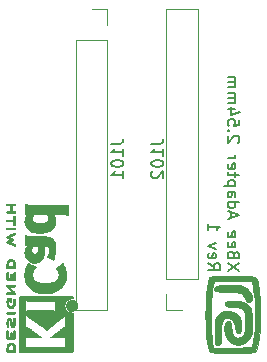
<source format=gbr>
G04 #@! TF.GenerationSoftware,KiCad,Pcbnew,(5.1.2)-2*
G04 #@! TF.CreationDate,2020-01-21T17:10:43+01:00*
G04 #@! TF.ProjectId,xbee-adapter,78626565-2d61-4646-9170-7465722e6b69,rev?*
G04 #@! TF.SameCoordinates,Original*
G04 #@! TF.FileFunction,Legend,Bot*
G04 #@! TF.FilePolarity,Positive*
%FSLAX46Y46*%
G04 Gerber Fmt 4.6, Leading zero omitted, Abs format (unit mm)*
G04 Created by KiCad (PCBNEW (5.1.2)-2) date 2020-01-21 17:10:43*
%MOMM*%
%LPD*%
G04 APERTURE LIST*
%ADD10C,0.150000*%
%ADD11C,0.010000*%
%ADD12C,0.100000*%
%ADD13C,0.120000*%
G04 APERTURE END LIST*
D10*
X130691639Y-71979462D02*
X129691639Y-71312796D01*
X130691639Y-71312796D02*
X129691639Y-71979462D01*
X130215448Y-70598510D02*
X130167829Y-70455653D01*
X130120210Y-70408034D01*
X130024972Y-70360415D01*
X129882115Y-70360415D01*
X129786877Y-70408034D01*
X129739258Y-70455653D01*
X129691639Y-70550891D01*
X129691639Y-70931843D01*
X130691639Y-70931843D01*
X130691639Y-70598510D01*
X130644020Y-70503272D01*
X130596400Y-70455653D01*
X130501162Y-70408034D01*
X130405924Y-70408034D01*
X130310686Y-70455653D01*
X130263067Y-70503272D01*
X130215448Y-70598510D01*
X130215448Y-70931843D01*
X129739258Y-69550891D02*
X129691639Y-69646129D01*
X129691639Y-69836605D01*
X129739258Y-69931843D01*
X129834496Y-69979462D01*
X130215448Y-69979462D01*
X130310686Y-69931843D01*
X130358305Y-69836605D01*
X130358305Y-69646129D01*
X130310686Y-69550891D01*
X130215448Y-69503272D01*
X130120210Y-69503272D01*
X130024972Y-69979462D01*
X129739258Y-68693748D02*
X129691639Y-68788986D01*
X129691639Y-68979462D01*
X129739258Y-69074700D01*
X129834496Y-69122320D01*
X130215448Y-69122320D01*
X130310686Y-69074700D01*
X130358305Y-68979462D01*
X130358305Y-68788986D01*
X130310686Y-68693748D01*
X130215448Y-68646129D01*
X130120210Y-68646129D01*
X130024972Y-69122320D01*
X129977353Y-67503272D02*
X129977353Y-67027081D01*
X129691639Y-67598510D02*
X130691639Y-67265177D01*
X129691639Y-66931843D01*
X129691639Y-66169939D02*
X130691639Y-66169939D01*
X129739258Y-66169939D02*
X129691639Y-66265177D01*
X129691639Y-66455653D01*
X129739258Y-66550891D01*
X129786877Y-66598510D01*
X129882115Y-66646129D01*
X130167829Y-66646129D01*
X130263067Y-66598510D01*
X130310686Y-66550891D01*
X130358305Y-66455653D01*
X130358305Y-66265177D01*
X130310686Y-66169939D01*
X129691639Y-65265177D02*
X130215448Y-65265177D01*
X130310686Y-65312796D01*
X130358305Y-65408034D01*
X130358305Y-65598510D01*
X130310686Y-65693748D01*
X129739258Y-65265177D02*
X129691639Y-65360415D01*
X129691639Y-65598510D01*
X129739258Y-65693748D01*
X129834496Y-65741367D01*
X129929734Y-65741367D01*
X130024972Y-65693748D01*
X130072591Y-65598510D01*
X130072591Y-65360415D01*
X130120210Y-65265177D01*
X130358305Y-64788986D02*
X129358305Y-64788986D01*
X130310686Y-64788986D02*
X130358305Y-64693748D01*
X130358305Y-64503272D01*
X130310686Y-64408034D01*
X130263067Y-64360415D01*
X130167829Y-64312796D01*
X129882115Y-64312796D01*
X129786877Y-64360415D01*
X129739258Y-64408034D01*
X129691639Y-64503272D01*
X129691639Y-64693748D01*
X129739258Y-64788986D01*
X130358305Y-64027081D02*
X130358305Y-63646129D01*
X130691639Y-63884224D02*
X129834496Y-63884224D01*
X129739258Y-63836605D01*
X129691639Y-63741367D01*
X129691639Y-63646129D01*
X129739258Y-62931843D02*
X129691639Y-63027081D01*
X129691639Y-63217558D01*
X129739258Y-63312796D01*
X129834496Y-63360415D01*
X130215448Y-63360415D01*
X130310686Y-63312796D01*
X130358305Y-63217558D01*
X130358305Y-63027081D01*
X130310686Y-62931843D01*
X130215448Y-62884224D01*
X130120210Y-62884224D01*
X130024972Y-63360415D01*
X129691639Y-62455653D02*
X130358305Y-62455653D01*
X130167829Y-62455653D02*
X130263067Y-62408034D01*
X130310686Y-62360415D01*
X130358305Y-62265177D01*
X130358305Y-62169939D01*
X130596400Y-61122320D02*
X130644020Y-61074700D01*
X130691639Y-60979462D01*
X130691639Y-60741367D01*
X130644020Y-60646129D01*
X130596400Y-60598510D01*
X130501162Y-60550891D01*
X130405924Y-60550891D01*
X130263067Y-60598510D01*
X129691639Y-61169939D01*
X129691639Y-60550891D01*
X129786877Y-60122320D02*
X129739258Y-60074700D01*
X129691639Y-60122320D01*
X129739258Y-60169939D01*
X129786877Y-60122320D01*
X129691639Y-60122320D01*
X130691639Y-59169939D02*
X130691639Y-59646129D01*
X130215448Y-59693748D01*
X130263067Y-59646129D01*
X130310686Y-59550891D01*
X130310686Y-59312796D01*
X130263067Y-59217558D01*
X130215448Y-59169939D01*
X130120210Y-59122320D01*
X129882115Y-59122320D01*
X129786877Y-59169939D01*
X129739258Y-59217558D01*
X129691639Y-59312796D01*
X129691639Y-59550891D01*
X129739258Y-59646129D01*
X129786877Y-59693748D01*
X130358305Y-58265177D02*
X129691639Y-58265177D01*
X130739258Y-58503272D02*
X130024972Y-58741367D01*
X130024972Y-58122320D01*
X129691639Y-57741367D02*
X130358305Y-57741367D01*
X130263067Y-57741367D02*
X130310686Y-57693748D01*
X130358305Y-57598510D01*
X130358305Y-57455653D01*
X130310686Y-57360415D01*
X130215448Y-57312796D01*
X129691639Y-57312796D01*
X130215448Y-57312796D02*
X130310686Y-57265177D01*
X130358305Y-57169939D01*
X130358305Y-57027081D01*
X130310686Y-56931843D01*
X130215448Y-56884224D01*
X129691639Y-56884224D01*
X129691639Y-56408034D02*
X130358305Y-56408034D01*
X130263067Y-56408034D02*
X130310686Y-56360415D01*
X130358305Y-56265177D01*
X130358305Y-56122320D01*
X130310686Y-56027081D01*
X130215448Y-55979462D01*
X129691639Y-55979462D01*
X130215448Y-55979462D02*
X130310686Y-55931843D01*
X130358305Y-55836605D01*
X130358305Y-55693748D01*
X130310686Y-55598510D01*
X130215448Y-55550891D01*
X129691639Y-55550891D01*
X128041639Y-71312796D02*
X128517829Y-71646129D01*
X128041639Y-71884224D02*
X129041639Y-71884224D01*
X129041639Y-71503272D01*
X128994020Y-71408034D01*
X128946400Y-71360415D01*
X128851162Y-71312796D01*
X128708305Y-71312796D01*
X128613067Y-71360415D01*
X128565448Y-71408034D01*
X128517829Y-71503272D01*
X128517829Y-71884224D01*
X128089258Y-70503272D02*
X128041639Y-70598510D01*
X128041639Y-70788986D01*
X128089258Y-70884224D01*
X128184496Y-70931843D01*
X128565448Y-70931843D01*
X128660686Y-70884224D01*
X128708305Y-70788986D01*
X128708305Y-70598510D01*
X128660686Y-70503272D01*
X128565448Y-70455653D01*
X128470210Y-70455653D01*
X128374972Y-70931843D01*
X128708305Y-70122320D02*
X128041639Y-69884224D01*
X128708305Y-69646129D01*
X128041639Y-67979462D02*
X128041639Y-68550891D01*
X128041639Y-68265177D02*
X129041639Y-68265177D01*
X128898781Y-68360415D01*
X128803543Y-68455653D01*
X128755924Y-68550891D01*
D11*
G36*
X111703274Y-78689171D02*
G01*
X111702873Y-78649689D01*
X111700081Y-78534000D01*
X111691790Y-78437111D01*
X111677108Y-78355719D01*
X111655147Y-78286523D01*
X111625018Y-78226220D01*
X111585830Y-78171508D01*
X111568808Y-78151967D01*
X111528977Y-78119550D01*
X111474927Y-78090320D01*
X111415017Y-78067791D01*
X111357601Y-78055479D01*
X111336384Y-78054200D01*
X111277571Y-78062217D01*
X111213327Y-78083699D01*
X111152519Y-78114799D01*
X111104010Y-78151666D01*
X111098158Y-78157654D01*
X111057019Y-78208379D01*
X111024905Y-78263925D01*
X111000975Y-78327496D01*
X110984387Y-78402294D01*
X110974299Y-78491522D01*
X110969871Y-78598382D01*
X110969495Y-78647328D01*
X110969795Y-78709562D01*
X110971048Y-78753328D01*
X110973786Y-78782731D01*
X110978539Y-78801879D01*
X110985839Y-78814877D01*
X110992073Y-78821845D01*
X110999646Y-78828426D01*
X111009416Y-78833588D01*
X111024000Y-78837503D01*
X111046014Y-78840343D01*
X111078076Y-78842280D01*
X111122804Y-78843484D01*
X111182814Y-78844128D01*
X111260723Y-78844383D01*
X111336384Y-78844422D01*
X111437299Y-78844670D01*
X111517913Y-78844617D01*
X111556518Y-78843657D01*
X111556518Y-78697667D01*
X111116251Y-78697667D01*
X111116336Y-78604534D01*
X111117944Y-78548493D01*
X111122084Y-78489799D01*
X111127876Y-78440828D01*
X111128114Y-78439338D01*
X111147250Y-78360192D01*
X111177053Y-78298802D01*
X111219462Y-78252105D01*
X111265379Y-78222435D01*
X111316314Y-78204153D01*
X111364140Y-78205571D01*
X111415407Y-78226788D01*
X111468441Y-78268289D01*
X111507740Y-78325798D01*
X111534009Y-78400550D01*
X111543305Y-78450508D01*
X111549833Y-78507216D01*
X111554558Y-78567319D01*
X111556523Y-78618439D01*
X111556532Y-78621467D01*
X111556518Y-78697667D01*
X111556518Y-78843657D01*
X111580489Y-78843060D01*
X111627285Y-78838798D01*
X111660562Y-78830630D01*
X111682581Y-78817356D01*
X111695601Y-78797774D01*
X111701883Y-78770683D01*
X111703687Y-78734882D01*
X111703274Y-78689171D01*
X111703274Y-78689171D01*
G37*
X111703274Y-78689171D02*
X111702873Y-78649689D01*
X111700081Y-78534000D01*
X111691790Y-78437111D01*
X111677108Y-78355719D01*
X111655147Y-78286523D01*
X111625018Y-78226220D01*
X111585830Y-78171508D01*
X111568808Y-78151967D01*
X111528977Y-78119550D01*
X111474927Y-78090320D01*
X111415017Y-78067791D01*
X111357601Y-78055479D01*
X111336384Y-78054200D01*
X111277571Y-78062217D01*
X111213327Y-78083699D01*
X111152519Y-78114799D01*
X111104010Y-78151666D01*
X111098158Y-78157654D01*
X111057019Y-78208379D01*
X111024905Y-78263925D01*
X111000975Y-78327496D01*
X110984387Y-78402294D01*
X110974299Y-78491522D01*
X110969871Y-78598382D01*
X110969495Y-78647328D01*
X110969795Y-78709562D01*
X110971048Y-78753328D01*
X110973786Y-78782731D01*
X110978539Y-78801879D01*
X110985839Y-78814877D01*
X110992073Y-78821845D01*
X110999646Y-78828426D01*
X111009416Y-78833588D01*
X111024000Y-78837503D01*
X111046014Y-78840343D01*
X111078076Y-78842280D01*
X111122804Y-78843484D01*
X111182814Y-78844128D01*
X111260723Y-78844383D01*
X111336384Y-78844422D01*
X111437299Y-78844670D01*
X111517913Y-78844617D01*
X111556518Y-78843657D01*
X111556518Y-78697667D01*
X111116251Y-78697667D01*
X111116336Y-78604534D01*
X111117944Y-78548493D01*
X111122084Y-78489799D01*
X111127876Y-78440828D01*
X111128114Y-78439338D01*
X111147250Y-78360192D01*
X111177053Y-78298802D01*
X111219462Y-78252105D01*
X111265379Y-78222435D01*
X111316314Y-78204153D01*
X111364140Y-78205571D01*
X111415407Y-78226788D01*
X111468441Y-78268289D01*
X111507740Y-78325798D01*
X111534009Y-78400550D01*
X111543305Y-78450508D01*
X111549833Y-78507216D01*
X111554558Y-78567319D01*
X111556523Y-78618439D01*
X111556532Y-78621467D01*
X111556518Y-78697667D01*
X111556518Y-78843657D01*
X111580489Y-78843060D01*
X111627285Y-78838798D01*
X111660562Y-78830630D01*
X111682581Y-78817356D01*
X111695601Y-78797774D01*
X111701883Y-78770683D01*
X111703687Y-78734882D01*
X111703274Y-78689171D01*
G36*
X111703194Y-77280594D02*
G01*
X111702822Y-77211186D01*
X111701955Y-77158797D01*
X111700394Y-77120647D01*
X111697937Y-77093959D01*
X111694383Y-77075953D01*
X111689530Y-77063849D01*
X111683179Y-77054869D01*
X111680256Y-77051618D01*
X111649198Y-77031843D01*
X111613512Y-77028282D01*
X111581830Y-77041291D01*
X111575427Y-77047306D01*
X111569219Y-77057035D01*
X111564430Y-77072701D01*
X111560826Y-77097208D01*
X111558176Y-77133461D01*
X111556245Y-77184365D01*
X111554801Y-77252826D01*
X111553922Y-77315417D01*
X111550873Y-77563134D01*
X111485962Y-77566519D01*
X111421051Y-77569905D01*
X111421051Y-77401758D01*
X111420421Y-77328759D01*
X111417787Y-77275317D01*
X111412031Y-77238428D01*
X111402036Y-77215088D01*
X111386684Y-77202294D01*
X111364858Y-77197042D01*
X111344602Y-77196245D01*
X111319748Y-77198723D01*
X111301434Y-77208077D01*
X111288703Y-77227183D01*
X111280599Y-77258918D01*
X111276164Y-77306159D01*
X111274441Y-77371783D01*
X111274295Y-77407601D01*
X111274295Y-77568778D01*
X111116251Y-77568778D01*
X111116251Y-77320422D01*
X111116138Y-77239013D01*
X111115628Y-77177142D01*
X111114470Y-77131768D01*
X111112410Y-77099854D01*
X111109194Y-77078359D01*
X111104568Y-77064243D01*
X111098281Y-77054468D01*
X111093673Y-77049489D01*
X111066780Y-77032410D01*
X111042873Y-77026911D01*
X111013673Y-77034763D01*
X110992073Y-77049489D01*
X110985274Y-77057346D01*
X110979994Y-77067488D01*
X110976042Y-77082644D01*
X110973227Y-77105541D01*
X110971358Y-77138909D01*
X110970242Y-77185475D01*
X110969689Y-77247967D01*
X110969507Y-77329114D01*
X110969495Y-77371222D01*
X110969575Y-77461398D01*
X110969942Y-77531724D01*
X110970788Y-77584929D01*
X110972304Y-77623740D01*
X110974681Y-77650887D01*
X110978111Y-77669098D01*
X110982786Y-77681100D01*
X110988896Y-77689622D01*
X110992073Y-77692956D01*
X110999670Y-77699555D01*
X111009470Y-77704727D01*
X111024101Y-77708646D01*
X111046188Y-77711484D01*
X111078358Y-77713415D01*
X111123237Y-77714612D01*
X111183451Y-77715248D01*
X111261627Y-77715497D01*
X111334417Y-77715534D01*
X111427633Y-77715500D01*
X111500909Y-77715265D01*
X111556882Y-77714630D01*
X111598189Y-77713394D01*
X111627468Y-77711356D01*
X111647356Y-77708317D01*
X111660490Y-77704077D01*
X111669508Y-77698435D01*
X111677047Y-77691191D01*
X111678728Y-77689406D01*
X111686168Y-77680745D01*
X111691931Y-77670682D01*
X111696228Y-77656425D01*
X111699276Y-77635183D01*
X111701289Y-77604164D01*
X111702480Y-77560577D01*
X111703065Y-77501631D01*
X111703257Y-77424534D01*
X111703273Y-77369801D01*
X111703194Y-77280594D01*
X111703194Y-77280594D01*
G37*
X111703194Y-77280594D02*
X111702822Y-77211186D01*
X111701955Y-77158797D01*
X111700394Y-77120647D01*
X111697937Y-77093959D01*
X111694383Y-77075953D01*
X111689530Y-77063849D01*
X111683179Y-77054869D01*
X111680256Y-77051618D01*
X111649198Y-77031843D01*
X111613512Y-77028282D01*
X111581830Y-77041291D01*
X111575427Y-77047306D01*
X111569219Y-77057035D01*
X111564430Y-77072701D01*
X111560826Y-77097208D01*
X111558176Y-77133461D01*
X111556245Y-77184365D01*
X111554801Y-77252826D01*
X111553922Y-77315417D01*
X111550873Y-77563134D01*
X111485962Y-77566519D01*
X111421051Y-77569905D01*
X111421051Y-77401758D01*
X111420421Y-77328759D01*
X111417787Y-77275317D01*
X111412031Y-77238428D01*
X111402036Y-77215088D01*
X111386684Y-77202294D01*
X111364858Y-77197042D01*
X111344602Y-77196245D01*
X111319748Y-77198723D01*
X111301434Y-77208077D01*
X111288703Y-77227183D01*
X111280599Y-77258918D01*
X111276164Y-77306159D01*
X111274441Y-77371783D01*
X111274295Y-77407601D01*
X111274295Y-77568778D01*
X111116251Y-77568778D01*
X111116251Y-77320422D01*
X111116138Y-77239013D01*
X111115628Y-77177142D01*
X111114470Y-77131768D01*
X111112410Y-77099854D01*
X111109194Y-77078359D01*
X111104568Y-77064243D01*
X111098281Y-77054468D01*
X111093673Y-77049489D01*
X111066780Y-77032410D01*
X111042873Y-77026911D01*
X111013673Y-77034763D01*
X110992073Y-77049489D01*
X110985274Y-77057346D01*
X110979994Y-77067488D01*
X110976042Y-77082644D01*
X110973227Y-77105541D01*
X110971358Y-77138909D01*
X110970242Y-77185475D01*
X110969689Y-77247967D01*
X110969507Y-77329114D01*
X110969495Y-77371222D01*
X110969575Y-77461398D01*
X110969942Y-77531724D01*
X110970788Y-77584929D01*
X110972304Y-77623740D01*
X110974681Y-77650887D01*
X110978111Y-77669098D01*
X110982786Y-77681100D01*
X110988896Y-77689622D01*
X110992073Y-77692956D01*
X110999670Y-77699555D01*
X111009470Y-77704727D01*
X111024101Y-77708646D01*
X111046188Y-77711484D01*
X111078358Y-77713415D01*
X111123237Y-77714612D01*
X111183451Y-77715248D01*
X111261627Y-77715497D01*
X111334417Y-77715534D01*
X111427633Y-77715500D01*
X111500909Y-77715265D01*
X111556882Y-77714630D01*
X111598189Y-77713394D01*
X111627468Y-77711356D01*
X111647356Y-77708317D01*
X111660490Y-77704077D01*
X111669508Y-77698435D01*
X111677047Y-77691191D01*
X111678728Y-77689406D01*
X111686168Y-77680745D01*
X111691931Y-77670682D01*
X111696228Y-77656425D01*
X111699276Y-77635183D01*
X111701289Y-77604164D01*
X111702480Y-77560577D01*
X111703065Y-77501631D01*
X111703257Y-77424534D01*
X111703273Y-77369801D01*
X111703194Y-77280594D01*
G36*
X111701989Y-76259503D02*
G01*
X111696759Y-76184688D01*
X111688590Y-76115106D01*
X111677790Y-76054802D01*
X111664667Y-76007820D01*
X111649527Y-75978206D01*
X111645071Y-75973660D01*
X111610490Y-75957854D01*
X111574989Y-75962647D01*
X111544615Y-75987164D01*
X111543744Y-75988334D01*
X111534386Y-76002754D01*
X111529464Y-76017808D01*
X111528867Y-76038805D01*
X111532479Y-76071057D01*
X111540186Y-76119873D01*
X111540835Y-76123800D01*
X111549771Y-76196539D01*
X111554179Y-76275017D01*
X111554221Y-76353727D01*
X111550061Y-76427161D01*
X111541861Y-76489811D01*
X111529783Y-76536170D01*
X111528569Y-76539216D01*
X111509725Y-76572848D01*
X111490655Y-76584664D01*
X111471901Y-76575414D01*
X111454003Y-76545847D01*
X111437503Y-76496711D01*
X111422944Y-76428757D01*
X111415934Y-76383445D01*
X111402451Y-76289256D01*
X111390126Y-76214344D01*
X111377891Y-76155517D01*
X111364679Y-76109585D01*
X111349423Y-76073355D01*
X111331055Y-76043638D01*
X111308509Y-76017242D01*
X111286369Y-75996030D01*
X111255521Y-75970865D01*
X111228995Y-75958481D01*
X111196314Y-75954608D01*
X111184345Y-75954467D01*
X111144628Y-75957376D01*
X111115081Y-75969002D01*
X111088854Y-75989123D01*
X111048764Y-76030016D01*
X111018191Y-76075617D01*
X110996137Y-76129313D01*
X110981605Y-76194492D01*
X110973599Y-76274544D01*
X110971122Y-76372857D01*
X110971163Y-76389089D01*
X110972522Y-76454649D01*
X110975610Y-76519666D01*
X110979984Y-76577052D01*
X110985200Y-76619722D01*
X110985799Y-76623172D01*
X110995849Y-76665596D01*
X111008544Y-76701580D01*
X111020150Y-76721950D01*
X111050768Y-76740907D01*
X111086422Y-76742227D01*
X111118196Y-76725885D01*
X111121789Y-76722229D01*
X111132464Y-76707115D01*
X111137064Y-76688215D01*
X111136281Y-76658962D01*
X111132213Y-76623451D01*
X111128578Y-76583770D01*
X111125512Y-76528145D01*
X111123287Y-76463206D01*
X111122176Y-76395585D01*
X111122103Y-76377800D01*
X111122376Y-76309928D01*
X111123694Y-76260254D01*
X111126513Y-76224410D01*
X111131290Y-76198024D01*
X111138483Y-76176726D01*
X111144473Y-76163926D01*
X111161107Y-76135800D01*
X111176172Y-76117868D01*
X111180443Y-76115247D01*
X111198077Y-76120776D01*
X111215148Y-76147060D01*
X111230882Y-76192278D01*
X111244502Y-76254608D01*
X111247536Y-76272971D01*
X111262602Y-76368890D01*
X111275194Y-76445441D01*
X111286229Y-76505580D01*
X111296620Y-76552260D01*
X111307284Y-76588437D01*
X111319135Y-76617065D01*
X111333089Y-76641098D01*
X111350059Y-76663492D01*
X111370962Y-76687202D01*
X111378291Y-76695180D01*
X111405641Y-76723153D01*
X111427311Y-76737960D01*
X111452108Y-76743752D01*
X111483357Y-76744689D01*
X111544635Y-76734375D01*
X111596700Y-76703552D01*
X111639382Y-76652395D01*
X111672515Y-76581083D01*
X111687376Y-76530200D01*
X111696974Y-76474900D01*
X111702404Y-76408653D01*
X111703973Y-76335506D01*
X111701989Y-76259503D01*
X111701989Y-76259503D01*
G37*
X111701989Y-76259503D02*
X111696759Y-76184688D01*
X111688590Y-76115106D01*
X111677790Y-76054802D01*
X111664667Y-76007820D01*
X111649527Y-75978206D01*
X111645071Y-75973660D01*
X111610490Y-75957854D01*
X111574989Y-75962647D01*
X111544615Y-75987164D01*
X111543744Y-75988334D01*
X111534386Y-76002754D01*
X111529464Y-76017808D01*
X111528867Y-76038805D01*
X111532479Y-76071057D01*
X111540186Y-76119873D01*
X111540835Y-76123800D01*
X111549771Y-76196539D01*
X111554179Y-76275017D01*
X111554221Y-76353727D01*
X111550061Y-76427161D01*
X111541861Y-76489811D01*
X111529783Y-76536170D01*
X111528569Y-76539216D01*
X111509725Y-76572848D01*
X111490655Y-76584664D01*
X111471901Y-76575414D01*
X111454003Y-76545847D01*
X111437503Y-76496711D01*
X111422944Y-76428757D01*
X111415934Y-76383445D01*
X111402451Y-76289256D01*
X111390126Y-76214344D01*
X111377891Y-76155517D01*
X111364679Y-76109585D01*
X111349423Y-76073355D01*
X111331055Y-76043638D01*
X111308509Y-76017242D01*
X111286369Y-75996030D01*
X111255521Y-75970865D01*
X111228995Y-75958481D01*
X111196314Y-75954608D01*
X111184345Y-75954467D01*
X111144628Y-75957376D01*
X111115081Y-75969002D01*
X111088854Y-75989123D01*
X111048764Y-76030016D01*
X111018191Y-76075617D01*
X110996137Y-76129313D01*
X110981605Y-76194492D01*
X110973599Y-76274544D01*
X110971122Y-76372857D01*
X110971163Y-76389089D01*
X110972522Y-76454649D01*
X110975610Y-76519666D01*
X110979984Y-76577052D01*
X110985200Y-76619722D01*
X110985799Y-76623172D01*
X110995849Y-76665596D01*
X111008544Y-76701580D01*
X111020150Y-76721950D01*
X111050768Y-76740907D01*
X111086422Y-76742227D01*
X111118196Y-76725885D01*
X111121789Y-76722229D01*
X111132464Y-76707115D01*
X111137064Y-76688215D01*
X111136281Y-76658962D01*
X111132213Y-76623451D01*
X111128578Y-76583770D01*
X111125512Y-76528145D01*
X111123287Y-76463206D01*
X111122176Y-76395585D01*
X111122103Y-76377800D01*
X111122376Y-76309928D01*
X111123694Y-76260254D01*
X111126513Y-76224410D01*
X111131290Y-76198024D01*
X111138483Y-76176726D01*
X111144473Y-76163926D01*
X111161107Y-76135800D01*
X111176172Y-76117868D01*
X111180443Y-76115247D01*
X111198077Y-76120776D01*
X111215148Y-76147060D01*
X111230882Y-76192278D01*
X111244502Y-76254608D01*
X111247536Y-76272971D01*
X111262602Y-76368890D01*
X111275194Y-76445441D01*
X111286229Y-76505580D01*
X111296620Y-76552260D01*
X111307284Y-76588437D01*
X111319135Y-76617065D01*
X111333089Y-76641098D01*
X111350059Y-76663492D01*
X111370962Y-76687202D01*
X111378291Y-76695180D01*
X111405641Y-76723153D01*
X111427311Y-76737960D01*
X111452108Y-76743752D01*
X111483357Y-76744689D01*
X111544635Y-76734375D01*
X111596700Y-76703552D01*
X111639382Y-76652395D01*
X111672515Y-76581083D01*
X111687376Y-76530200D01*
X111696974Y-76474900D01*
X111702404Y-76408653D01*
X111703973Y-76335506D01*
X111701989Y-76259503D01*
G36*
X111680695Y-75491622D02*
G01*
X111673122Y-75485042D01*
X111663353Y-75479879D01*
X111648769Y-75475964D01*
X111626755Y-75473124D01*
X111594692Y-75471187D01*
X111549965Y-75469983D01*
X111489955Y-75469339D01*
X111412046Y-75469084D01*
X111336384Y-75469045D01*
X111242538Y-75469114D01*
X111168651Y-75469438D01*
X111112108Y-75470186D01*
X111070291Y-75471532D01*
X111040583Y-75473646D01*
X111020367Y-75476700D01*
X111007026Y-75480866D01*
X110997942Y-75486316D01*
X110992073Y-75491622D01*
X110972393Y-75524626D01*
X110974159Y-75559791D01*
X110995623Y-75591255D01*
X111004003Y-75598484D01*
X111013726Y-75604134D01*
X111027479Y-75608399D01*
X111047951Y-75611473D01*
X111077828Y-75613552D01*
X111119799Y-75614830D01*
X111176551Y-75615501D01*
X111250773Y-75615759D01*
X111334803Y-75615800D01*
X111647855Y-75615800D01*
X111675564Y-75588091D01*
X111698877Y-75553937D01*
X111699717Y-75520806D01*
X111680695Y-75491622D01*
X111680695Y-75491622D01*
G37*
X111680695Y-75491622D02*
X111673122Y-75485042D01*
X111663353Y-75479879D01*
X111648769Y-75475964D01*
X111626755Y-75473124D01*
X111594692Y-75471187D01*
X111549965Y-75469983D01*
X111489955Y-75469339D01*
X111412046Y-75469084D01*
X111336384Y-75469045D01*
X111242538Y-75469114D01*
X111168651Y-75469438D01*
X111112108Y-75470186D01*
X111070291Y-75471532D01*
X111040583Y-75473646D01*
X111020367Y-75476700D01*
X111007026Y-75480866D01*
X110997942Y-75486316D01*
X110992073Y-75491622D01*
X110972393Y-75524626D01*
X110974159Y-75559791D01*
X110995623Y-75591255D01*
X111004003Y-75598484D01*
X111013726Y-75604134D01*
X111027479Y-75608399D01*
X111047951Y-75611473D01*
X111077828Y-75613552D01*
X111119799Y-75614830D01*
X111176551Y-75615501D01*
X111250773Y-75615759D01*
X111334803Y-75615800D01*
X111647855Y-75615800D01*
X111675564Y-75588091D01*
X111698877Y-75553937D01*
X111699717Y-75520806D01*
X111680695Y-75491622D01*
G36*
X111697741Y-74517881D02*
G01*
X111686245Y-74449365D01*
X111668373Y-74396743D01*
X111644841Y-74362508D01*
X111631416Y-74353179D01*
X111600192Y-74343693D01*
X111571945Y-74350077D01*
X111545158Y-74370230D01*
X111532627Y-74401545D01*
X111533644Y-74446983D01*
X111540434Y-74482126D01*
X111553369Y-74560219D01*
X111554598Y-74640026D01*
X111544099Y-74729355D01*
X111539650Y-74754029D01*
X111516232Y-74837091D01*
X111481395Y-74902073D01*
X111435736Y-74948261D01*
X111379846Y-74974945D01*
X111350952Y-74980463D01*
X111292328Y-74976851D01*
X111240461Y-74953529D01*
X111196362Y-74912624D01*
X111161041Y-74856259D01*
X111135511Y-74786560D01*
X111120781Y-74705652D01*
X111117862Y-74615660D01*
X111127765Y-74518710D01*
X111128699Y-74513236D01*
X111135881Y-74474675D01*
X111142819Y-74453294D01*
X111153113Y-74444027D01*
X111170364Y-74441806D01*
X111179499Y-74441756D01*
X111217851Y-74441756D01*
X111217851Y-74510231D01*
X111221993Y-74570700D01*
X111235193Y-74611965D01*
X111258610Y-74635975D01*
X111293404Y-74644677D01*
X111297946Y-74644783D01*
X111327686Y-74639692D01*
X111348921Y-74622233D01*
X111362974Y-74589739D01*
X111371167Y-74539543D01*
X111374179Y-74490923D01*
X111375907Y-74420256D01*
X111373270Y-74368998D01*
X111363540Y-74334039D01*
X111343987Y-74312270D01*
X111311884Y-74300580D01*
X111264502Y-74295860D01*
X111202269Y-74295000D01*
X111132805Y-74296409D01*
X111085554Y-74300648D01*
X111060328Y-74307736D01*
X111058352Y-74309111D01*
X111026832Y-74348028D01*
X111001870Y-74405086D01*
X110984000Y-74476669D01*
X110973754Y-74559158D01*
X110971667Y-74648939D01*
X110978272Y-74742392D01*
X110986384Y-74797356D01*
X111010786Y-74883566D01*
X111050678Y-74963692D01*
X111102453Y-75030777D01*
X111112801Y-75040973D01*
X111156305Y-75074102D01*
X111210222Y-75103994D01*
X111266748Y-75127157D01*
X111318081Y-75140098D01*
X111337796Y-75141658D01*
X111378921Y-75135018D01*
X111430088Y-75117368D01*
X111483946Y-75092097D01*
X111533145Y-75062589D01*
X111566006Y-75036519D01*
X111614888Y-74975565D01*
X111653795Y-74896769D01*
X111681846Y-74802957D01*
X111698161Y-74696950D01*
X111702148Y-74599800D01*
X111697741Y-74517881D01*
X111697741Y-74517881D01*
G37*
X111697741Y-74517881D02*
X111686245Y-74449365D01*
X111668373Y-74396743D01*
X111644841Y-74362508D01*
X111631416Y-74353179D01*
X111600192Y-74343693D01*
X111571945Y-74350077D01*
X111545158Y-74370230D01*
X111532627Y-74401545D01*
X111533644Y-74446983D01*
X111540434Y-74482126D01*
X111553369Y-74560219D01*
X111554598Y-74640026D01*
X111544099Y-74729355D01*
X111539650Y-74754029D01*
X111516232Y-74837091D01*
X111481395Y-74902073D01*
X111435736Y-74948261D01*
X111379846Y-74974945D01*
X111350952Y-74980463D01*
X111292328Y-74976851D01*
X111240461Y-74953529D01*
X111196362Y-74912624D01*
X111161041Y-74856259D01*
X111135511Y-74786560D01*
X111120781Y-74705652D01*
X111117862Y-74615660D01*
X111127765Y-74518710D01*
X111128699Y-74513236D01*
X111135881Y-74474675D01*
X111142819Y-74453294D01*
X111153113Y-74444027D01*
X111170364Y-74441806D01*
X111179499Y-74441756D01*
X111217851Y-74441756D01*
X111217851Y-74510231D01*
X111221993Y-74570700D01*
X111235193Y-74611965D01*
X111258610Y-74635975D01*
X111293404Y-74644677D01*
X111297946Y-74644783D01*
X111327686Y-74639692D01*
X111348921Y-74622233D01*
X111362974Y-74589739D01*
X111371167Y-74539543D01*
X111374179Y-74490923D01*
X111375907Y-74420256D01*
X111373270Y-74368998D01*
X111363540Y-74334039D01*
X111343987Y-74312270D01*
X111311884Y-74300580D01*
X111264502Y-74295860D01*
X111202269Y-74295000D01*
X111132805Y-74296409D01*
X111085554Y-74300648D01*
X111060328Y-74307736D01*
X111058352Y-74309111D01*
X111026832Y-74348028D01*
X111001870Y-74405086D01*
X110984000Y-74476669D01*
X110973754Y-74559158D01*
X110971667Y-74648939D01*
X110978272Y-74742392D01*
X110986384Y-74797356D01*
X111010786Y-74883566D01*
X111050678Y-74963692D01*
X111102453Y-75030777D01*
X111112801Y-75040973D01*
X111156305Y-75074102D01*
X111210222Y-75103994D01*
X111266748Y-75127157D01*
X111318081Y-75140098D01*
X111337796Y-75141658D01*
X111378921Y-75135018D01*
X111430088Y-75117368D01*
X111483946Y-75092097D01*
X111533145Y-75062589D01*
X111566006Y-75036519D01*
X111614888Y-74975565D01*
X111653795Y-74896769D01*
X111681846Y-74802957D01*
X111698161Y-74696950D01*
X111702148Y-74599800D01*
X111697741Y-74517881D01*
G36*
X111698892Y-73867914D02*
G01*
X111685067Y-73844348D01*
X111662459Y-73813535D01*
X111630002Y-73773878D01*
X111586632Y-73723780D01*
X111531282Y-73661643D01*
X111462889Y-73585872D01*
X111384256Y-73499134D01*
X111220462Y-73318511D01*
X111440311Y-73312867D01*
X111515989Y-73310829D01*
X111572346Y-73308863D01*
X111612634Y-73306534D01*
X111640105Y-73303406D01*
X111658011Y-73299045D01*
X111669603Y-73293016D01*
X111678132Y-73284884D01*
X111681717Y-73280572D01*
X111700670Y-73246041D01*
X111697899Y-73213183D01*
X111681707Y-73187118D01*
X111660141Y-73160467D01*
X111345189Y-73157152D01*
X111252561Y-73156235D01*
X111179796Y-73155768D01*
X111124179Y-73155913D01*
X111082998Y-73156832D01*
X111053537Y-73158687D01*
X111033085Y-73161639D01*
X111018927Y-73165850D01*
X111008349Y-73171482D01*
X110999866Y-73177727D01*
X110984133Y-73191239D01*
X110973704Y-73204683D01*
X110969701Y-73219924D01*
X110973246Y-73238826D01*
X110985461Y-73263255D01*
X111007469Y-73295073D01*
X111040391Y-73336148D01*
X111085349Y-73388342D01*
X111143465Y-73453522D01*
X111210241Y-73527356D01*
X111450882Y-73792645D01*
X111231751Y-73798289D01*
X111156212Y-73800331D01*
X111099986Y-73802302D01*
X111059816Y-73804639D01*
X111032444Y-73807781D01*
X111014612Y-73812164D01*
X111003061Y-73818224D01*
X110994533Y-73826400D01*
X110991058Y-73830584D01*
X110971968Y-73867565D01*
X110974847Y-73902508D01*
X110999240Y-73932936D01*
X111009054Y-73939897D01*
X111020514Y-73945323D01*
X111036372Y-73949403D01*
X111059377Y-73952329D01*
X111092278Y-73954292D01*
X111137824Y-73955483D01*
X111198767Y-73956092D01*
X111277854Y-73956311D01*
X111336384Y-73956334D01*
X111427933Y-73956260D01*
X111499653Y-73955913D01*
X111554295Y-73955101D01*
X111594608Y-73953633D01*
X111623342Y-73951319D01*
X111643247Y-73947967D01*
X111657072Y-73943388D01*
X111667568Y-73937389D01*
X111673529Y-73932936D01*
X111687649Y-73921650D01*
X111698311Y-73911101D01*
X111704448Y-73899693D01*
X111704997Y-73885830D01*
X111698892Y-73867914D01*
X111698892Y-73867914D01*
G37*
X111698892Y-73867914D02*
X111685067Y-73844348D01*
X111662459Y-73813535D01*
X111630002Y-73773878D01*
X111586632Y-73723780D01*
X111531282Y-73661643D01*
X111462889Y-73585872D01*
X111384256Y-73499134D01*
X111220462Y-73318511D01*
X111440311Y-73312867D01*
X111515989Y-73310829D01*
X111572346Y-73308863D01*
X111612634Y-73306534D01*
X111640105Y-73303406D01*
X111658011Y-73299045D01*
X111669603Y-73293016D01*
X111678132Y-73284884D01*
X111681717Y-73280572D01*
X111700670Y-73246041D01*
X111697899Y-73213183D01*
X111681707Y-73187118D01*
X111660141Y-73160467D01*
X111345189Y-73157152D01*
X111252561Y-73156235D01*
X111179796Y-73155768D01*
X111124179Y-73155913D01*
X111082998Y-73156832D01*
X111053537Y-73158687D01*
X111033085Y-73161639D01*
X111018927Y-73165850D01*
X111008349Y-73171482D01*
X110999866Y-73177727D01*
X110984133Y-73191239D01*
X110973704Y-73204683D01*
X110969701Y-73219924D01*
X110973246Y-73238826D01*
X110985461Y-73263255D01*
X111007469Y-73295073D01*
X111040391Y-73336148D01*
X111085349Y-73388342D01*
X111143465Y-73453522D01*
X111210241Y-73527356D01*
X111450882Y-73792645D01*
X111231751Y-73798289D01*
X111156212Y-73800331D01*
X111099986Y-73802302D01*
X111059816Y-73804639D01*
X111032444Y-73807781D01*
X111014612Y-73812164D01*
X111003061Y-73818224D01*
X110994533Y-73826400D01*
X110991058Y-73830584D01*
X110971968Y-73867565D01*
X110974847Y-73902508D01*
X110999240Y-73932936D01*
X111009054Y-73939897D01*
X111020514Y-73945323D01*
X111036372Y-73949403D01*
X111059377Y-73952329D01*
X111092278Y-73954292D01*
X111137824Y-73955483D01*
X111198767Y-73956092D01*
X111277854Y-73956311D01*
X111336384Y-73956334D01*
X111427933Y-73956260D01*
X111499653Y-73955913D01*
X111554295Y-73955101D01*
X111594608Y-73953633D01*
X111623342Y-73951319D01*
X111643247Y-73947967D01*
X111657072Y-73943388D01*
X111667568Y-73937389D01*
X111673529Y-73932936D01*
X111687649Y-73921650D01*
X111698311Y-73911101D01*
X111704448Y-73899693D01*
X111704997Y-73885830D01*
X111698892Y-73867914D01*
G36*
X111703080Y-72337457D02*
G01*
X111702166Y-72261099D01*
X111700029Y-72202583D01*
X111696165Y-72159545D01*
X111690073Y-72129617D01*
X111681250Y-72110432D01*
X111669194Y-72099624D01*
X111653401Y-72094827D01*
X111633370Y-72093673D01*
X111631005Y-72093667D01*
X111608348Y-72094669D01*
X111590837Y-72099404D01*
X111577766Y-72110467D01*
X111568427Y-72130452D01*
X111562113Y-72161954D01*
X111558118Y-72207568D01*
X111555734Y-72269887D01*
X111554254Y-72351507D01*
X111553926Y-72376523D01*
X111550873Y-72618600D01*
X111485962Y-72621986D01*
X111421051Y-72625371D01*
X111421051Y-72457224D01*
X111420809Y-72391534D01*
X111419784Y-72344628D01*
X111417529Y-72312717D01*
X111413598Y-72292009D01*
X111407542Y-72278716D01*
X111398916Y-72269045D01*
X111398847Y-72268983D01*
X111365228Y-72251444D01*
X111328892Y-72252078D01*
X111297917Y-72270486D01*
X111294733Y-72274129D01*
X111286528Y-72287059D01*
X111280819Y-72304776D01*
X111277178Y-72331230D01*
X111275173Y-72370368D01*
X111274376Y-72426138D01*
X111274295Y-72461806D01*
X111274295Y-72624245D01*
X111116251Y-72624245D01*
X111116251Y-72377639D01*
X111116109Y-72296220D01*
X111115526Y-72234390D01*
X111114272Y-72189163D01*
X111112113Y-72157552D01*
X111108817Y-72136569D01*
X111104151Y-72123227D01*
X111097883Y-72114539D01*
X111095607Y-72112350D01*
X111064060Y-72096186D01*
X111028172Y-72095003D01*
X110997055Y-72108264D01*
X110987069Y-72118757D01*
X110981571Y-72129671D01*
X110977318Y-72146583D01*
X110974160Y-72172167D01*
X110971948Y-72209099D01*
X110970534Y-72260054D01*
X110969768Y-72327706D01*
X110969502Y-72414731D01*
X110969495Y-72434406D01*
X110969553Y-72522889D01*
X110969873Y-72591573D01*
X110970673Y-72643236D01*
X110972173Y-72680655D01*
X110974591Y-72706610D01*
X110978146Y-72723878D01*
X110983058Y-72735238D01*
X110989545Y-72743468D01*
X110994202Y-72747983D01*
X111002451Y-72754779D01*
X111012671Y-72760088D01*
X111027540Y-72764094D01*
X111049738Y-72766979D01*
X111081947Y-72768926D01*
X111126844Y-72770119D01*
X111187112Y-72770739D01*
X111265429Y-72770971D01*
X111331346Y-72771000D01*
X111423712Y-72770929D01*
X111496223Y-72770592D01*
X111551603Y-72769802D01*
X111592575Y-72768374D01*
X111621862Y-72766121D01*
X111642187Y-72762857D01*
X111656274Y-72758396D01*
X111666845Y-72752552D01*
X111673529Y-72747603D01*
X111703273Y-72724206D01*
X111703273Y-72434026D01*
X111703080Y-72337457D01*
X111703080Y-72337457D01*
G37*
X111703080Y-72337457D02*
X111702166Y-72261099D01*
X111700029Y-72202583D01*
X111696165Y-72159545D01*
X111690073Y-72129617D01*
X111681250Y-72110432D01*
X111669194Y-72099624D01*
X111653401Y-72094827D01*
X111633370Y-72093673D01*
X111631005Y-72093667D01*
X111608348Y-72094669D01*
X111590837Y-72099404D01*
X111577766Y-72110467D01*
X111568427Y-72130452D01*
X111562113Y-72161954D01*
X111558118Y-72207568D01*
X111555734Y-72269887D01*
X111554254Y-72351507D01*
X111553926Y-72376523D01*
X111550873Y-72618600D01*
X111485962Y-72621986D01*
X111421051Y-72625371D01*
X111421051Y-72457224D01*
X111420809Y-72391534D01*
X111419784Y-72344628D01*
X111417529Y-72312717D01*
X111413598Y-72292009D01*
X111407542Y-72278716D01*
X111398916Y-72269045D01*
X111398847Y-72268983D01*
X111365228Y-72251444D01*
X111328892Y-72252078D01*
X111297917Y-72270486D01*
X111294733Y-72274129D01*
X111286528Y-72287059D01*
X111280819Y-72304776D01*
X111277178Y-72331230D01*
X111275173Y-72370368D01*
X111274376Y-72426138D01*
X111274295Y-72461806D01*
X111274295Y-72624245D01*
X111116251Y-72624245D01*
X111116251Y-72377639D01*
X111116109Y-72296220D01*
X111115526Y-72234390D01*
X111114272Y-72189163D01*
X111112113Y-72157552D01*
X111108817Y-72136569D01*
X111104151Y-72123227D01*
X111097883Y-72114539D01*
X111095607Y-72112350D01*
X111064060Y-72096186D01*
X111028172Y-72095003D01*
X110997055Y-72108264D01*
X110987069Y-72118757D01*
X110981571Y-72129671D01*
X110977318Y-72146583D01*
X110974160Y-72172167D01*
X110971948Y-72209099D01*
X110970534Y-72260054D01*
X110969768Y-72327706D01*
X110969502Y-72414731D01*
X110969495Y-72434406D01*
X110969553Y-72522889D01*
X110969873Y-72591573D01*
X110970673Y-72643236D01*
X110972173Y-72680655D01*
X110974591Y-72706610D01*
X110978146Y-72723878D01*
X110983058Y-72735238D01*
X110989545Y-72743468D01*
X110994202Y-72747983D01*
X111002451Y-72754779D01*
X111012671Y-72760088D01*
X111027540Y-72764094D01*
X111049738Y-72766979D01*
X111081947Y-72768926D01*
X111126844Y-72770119D01*
X111187112Y-72770739D01*
X111265429Y-72770971D01*
X111331346Y-72771000D01*
X111423712Y-72770929D01*
X111496223Y-72770592D01*
X111551603Y-72769802D01*
X111592575Y-72768374D01*
X111621862Y-72766121D01*
X111642187Y-72762857D01*
X111656274Y-72758396D01*
X111666845Y-72752552D01*
X111673529Y-72747603D01*
X111703273Y-72724206D01*
X111703273Y-72434026D01*
X111703080Y-72337457D01*
G36*
X111703065Y-71549491D02*
G01*
X111698704Y-71420512D01*
X111685479Y-71310809D01*
X111662599Y-71218574D01*
X111629270Y-71141998D01*
X111584702Y-71079273D01*
X111528104Y-71028588D01*
X111458682Y-70988137D01*
X111456989Y-70987341D01*
X111394857Y-70963199D01*
X111339831Y-70954597D01*
X111284453Y-70961569D01*
X111221267Y-70984146D01*
X111211651Y-70988428D01*
X111155374Y-71017628D01*
X111111889Y-71050444D01*
X111074923Y-71092798D01*
X111038205Y-71150610D01*
X111036288Y-71153969D01*
X111012113Y-71204296D01*
X110994058Y-71261179D01*
X110981501Y-71328273D01*
X110973818Y-71409235D01*
X110970387Y-71507718D01*
X110970089Y-71542514D01*
X110969495Y-71708206D01*
X110999240Y-71731603D01*
X111009021Y-71738543D01*
X111020443Y-71743958D01*
X111036245Y-71748035D01*
X111059165Y-71750963D01*
X111091944Y-71752933D01*
X111116251Y-71753575D01*
X111116251Y-71596956D01*
X111116251Y-71503074D01*
X111117857Y-71448136D01*
X111122085Y-71391740D01*
X111128048Y-71345455D01*
X111128550Y-71342661D01*
X111150604Y-71260452D01*
X111183740Y-71196686D01*
X111229493Y-71149348D01*
X111289401Y-71116418D01*
X111305279Y-71110692D01*
X111330007Y-71105079D01*
X111354438Y-71107509D01*
X111386940Y-71119333D01*
X111402906Y-71126460D01*
X111445334Y-71149800D01*
X111475100Y-71177920D01*
X111495829Y-71208860D01*
X111522803Y-71270834D01*
X111542342Y-71350149D01*
X111553594Y-71442547D01*
X111556070Y-71509467D01*
X111556518Y-71596956D01*
X111116251Y-71596956D01*
X111116251Y-71753575D01*
X111137319Y-71754132D01*
X111198029Y-71754750D01*
X111276814Y-71754975D01*
X111338420Y-71755000D01*
X111647855Y-71755000D01*
X111675564Y-71727291D01*
X111686796Y-71714994D01*
X111694487Y-71701697D01*
X111699300Y-71683128D01*
X111701894Y-71655014D01*
X111702930Y-71613083D01*
X111703070Y-71553063D01*
X111703065Y-71549491D01*
X111703065Y-71549491D01*
G37*
X111703065Y-71549491D02*
X111698704Y-71420512D01*
X111685479Y-71310809D01*
X111662599Y-71218574D01*
X111629270Y-71141998D01*
X111584702Y-71079273D01*
X111528104Y-71028588D01*
X111458682Y-70988137D01*
X111456989Y-70987341D01*
X111394857Y-70963199D01*
X111339831Y-70954597D01*
X111284453Y-70961569D01*
X111221267Y-70984146D01*
X111211651Y-70988428D01*
X111155374Y-71017628D01*
X111111889Y-71050444D01*
X111074923Y-71092798D01*
X111038205Y-71150610D01*
X111036288Y-71153969D01*
X111012113Y-71204296D01*
X110994058Y-71261179D01*
X110981501Y-71328273D01*
X110973818Y-71409235D01*
X110970387Y-71507718D01*
X110970089Y-71542514D01*
X110969495Y-71708206D01*
X110999240Y-71731603D01*
X111009021Y-71738543D01*
X111020443Y-71743958D01*
X111036245Y-71748035D01*
X111059165Y-71750963D01*
X111091944Y-71752933D01*
X111116251Y-71753575D01*
X111116251Y-71596956D01*
X111116251Y-71503074D01*
X111117857Y-71448136D01*
X111122085Y-71391740D01*
X111128048Y-71345455D01*
X111128550Y-71342661D01*
X111150604Y-71260452D01*
X111183740Y-71196686D01*
X111229493Y-71149348D01*
X111289401Y-71116418D01*
X111305279Y-71110692D01*
X111330007Y-71105079D01*
X111354438Y-71107509D01*
X111386940Y-71119333D01*
X111402906Y-71126460D01*
X111445334Y-71149800D01*
X111475100Y-71177920D01*
X111495829Y-71208860D01*
X111522803Y-71270834D01*
X111542342Y-71350149D01*
X111553594Y-71442547D01*
X111556070Y-71509467D01*
X111556518Y-71596956D01*
X111116251Y-71596956D01*
X111116251Y-71753575D01*
X111137319Y-71754132D01*
X111198029Y-71754750D01*
X111276814Y-71754975D01*
X111338420Y-71755000D01*
X111647855Y-71755000D01*
X111675564Y-71727291D01*
X111686796Y-71714994D01*
X111694487Y-71701697D01*
X111699300Y-71683128D01*
X111701894Y-71655014D01*
X111702930Y-71613083D01*
X111703070Y-71553063D01*
X111703065Y-71549491D01*
G36*
X111701306Y-68823135D02*
G01*
X111694305Y-68803545D01*
X111693963Y-68802790D01*
X111673662Y-68776187D01*
X111652779Y-68761530D01*
X111642988Y-68758662D01*
X111629979Y-68758804D01*
X111611445Y-68762839D01*
X111585083Y-68771654D01*
X111548588Y-68786131D01*
X111499653Y-68807155D01*
X111435975Y-68835612D01*
X111355247Y-68872385D01*
X111311124Y-68892625D01*
X111232355Y-68929175D01*
X111159917Y-68963485D01*
X111096460Y-68994248D01*
X111044632Y-69020152D01*
X111007081Y-69039890D01*
X110986456Y-69052150D01*
X110983607Y-69054576D01*
X110971038Y-69085617D01*
X110972721Y-69120679D01*
X110988008Y-69148800D01*
X110989251Y-69149946D01*
X111006186Y-69161132D01*
X111039170Y-69179896D01*
X111083960Y-69203925D01*
X111136308Y-69230903D01*
X111155598Y-69240599D01*
X111302190Y-69313786D01*
X111142947Y-69393560D01*
X111087925Y-69422033D01*
X111040208Y-69448450D01*
X111003447Y-69470652D01*
X110981296Y-69486481D01*
X110976599Y-69491846D01*
X110970238Y-69533543D01*
X110983607Y-69567951D01*
X110997894Y-69578072D01*
X111029648Y-69595586D01*
X111075743Y-69619065D01*
X111133055Y-69647080D01*
X111198460Y-69678201D01*
X111268833Y-69711001D01*
X111341049Y-69744050D01*
X111411985Y-69775919D01*
X111478515Y-69805181D01*
X111537514Y-69830405D01*
X111585859Y-69850164D01*
X111620425Y-69863028D01*
X111638087Y-69867569D01*
X111638727Y-69867523D01*
X111660952Y-69856474D01*
X111683587Y-69834390D01*
X111684572Y-69833090D01*
X111699915Y-69805947D01*
X111699766Y-69780842D01*
X111696874Y-69771432D01*
X111690622Y-69759966D01*
X111678326Y-69747790D01*
X111657432Y-69733443D01*
X111625391Y-69715464D01*
X111579652Y-69692393D01*
X111517663Y-69662770D01*
X111460442Y-69636055D01*
X111394114Y-69605320D01*
X111334466Y-69577779D01*
X111284615Y-69554862D01*
X111247676Y-69538002D01*
X111226767Y-69528627D01*
X111223495Y-69527260D01*
X111228843Y-69521111D01*
X111251231Y-69506978D01*
X111287394Y-69486743D01*
X111334063Y-69462285D01*
X111353318Y-69452552D01*
X111418336Y-69419583D01*
X111465686Y-69394157D01*
X111498121Y-69374188D01*
X111518394Y-69357590D01*
X111529258Y-69342276D01*
X111533465Y-69326160D01*
X111533940Y-69315657D01*
X111532298Y-69297130D01*
X111525509Y-69280896D01*
X111510774Y-69264765D01*
X111485296Y-69246549D01*
X111446279Y-69224061D01*
X111390926Y-69195111D01*
X111359437Y-69179138D01*
X111309253Y-69153230D01*
X111267636Y-69130633D01*
X111238098Y-69113342D01*
X111224151Y-69103350D01*
X111223570Y-69101991D01*
X111234547Y-69095539D01*
X111263050Y-69081092D01*
X111306096Y-69060097D01*
X111360702Y-69034003D01*
X111423886Y-69004254D01*
X111455269Y-68989620D01*
X111536262Y-68951550D01*
X111598584Y-68920895D01*
X111644269Y-68896063D01*
X111675351Y-68875463D01*
X111693862Y-68857502D01*
X111701836Y-68840590D01*
X111701306Y-68823135D01*
X111701306Y-68823135D01*
G37*
X111701306Y-68823135D02*
X111694305Y-68803545D01*
X111693963Y-68802790D01*
X111673662Y-68776187D01*
X111652779Y-68761530D01*
X111642988Y-68758662D01*
X111629979Y-68758804D01*
X111611445Y-68762839D01*
X111585083Y-68771654D01*
X111548588Y-68786131D01*
X111499653Y-68807155D01*
X111435975Y-68835612D01*
X111355247Y-68872385D01*
X111311124Y-68892625D01*
X111232355Y-68929175D01*
X111159917Y-68963485D01*
X111096460Y-68994248D01*
X111044632Y-69020152D01*
X111007081Y-69039890D01*
X110986456Y-69052150D01*
X110983607Y-69054576D01*
X110971038Y-69085617D01*
X110972721Y-69120679D01*
X110988008Y-69148800D01*
X110989251Y-69149946D01*
X111006186Y-69161132D01*
X111039170Y-69179896D01*
X111083960Y-69203925D01*
X111136308Y-69230903D01*
X111155598Y-69240599D01*
X111302190Y-69313786D01*
X111142947Y-69393560D01*
X111087925Y-69422033D01*
X111040208Y-69448450D01*
X111003447Y-69470652D01*
X110981296Y-69486481D01*
X110976599Y-69491846D01*
X110970238Y-69533543D01*
X110983607Y-69567951D01*
X110997894Y-69578072D01*
X111029648Y-69595586D01*
X111075743Y-69619065D01*
X111133055Y-69647080D01*
X111198460Y-69678201D01*
X111268833Y-69711001D01*
X111341049Y-69744050D01*
X111411985Y-69775919D01*
X111478515Y-69805181D01*
X111537514Y-69830405D01*
X111585859Y-69850164D01*
X111620425Y-69863028D01*
X111638087Y-69867569D01*
X111638727Y-69867523D01*
X111660952Y-69856474D01*
X111683587Y-69834390D01*
X111684572Y-69833090D01*
X111699915Y-69805947D01*
X111699766Y-69780842D01*
X111696874Y-69771432D01*
X111690622Y-69759966D01*
X111678326Y-69747790D01*
X111657432Y-69733443D01*
X111625391Y-69715464D01*
X111579652Y-69692393D01*
X111517663Y-69662770D01*
X111460442Y-69636055D01*
X111394114Y-69605320D01*
X111334466Y-69577779D01*
X111284615Y-69554862D01*
X111247676Y-69538002D01*
X111226767Y-69528627D01*
X111223495Y-69527260D01*
X111228843Y-69521111D01*
X111251231Y-69506978D01*
X111287394Y-69486743D01*
X111334063Y-69462285D01*
X111353318Y-69452552D01*
X111418336Y-69419583D01*
X111465686Y-69394157D01*
X111498121Y-69374188D01*
X111518394Y-69357590D01*
X111529258Y-69342276D01*
X111533465Y-69326160D01*
X111533940Y-69315657D01*
X111532298Y-69297130D01*
X111525509Y-69280896D01*
X111510774Y-69264765D01*
X111485296Y-69246549D01*
X111446279Y-69224061D01*
X111390926Y-69195111D01*
X111359437Y-69179138D01*
X111309253Y-69153230D01*
X111267636Y-69130633D01*
X111238098Y-69113342D01*
X111224151Y-69103350D01*
X111223570Y-69101991D01*
X111234547Y-69095539D01*
X111263050Y-69081092D01*
X111306096Y-69060097D01*
X111360702Y-69034003D01*
X111423886Y-69004254D01*
X111455269Y-68989620D01*
X111536262Y-68951550D01*
X111598584Y-68920895D01*
X111644269Y-68896063D01*
X111675351Y-68875463D01*
X111693862Y-68857502D01*
X111701836Y-68840590D01*
X111701306Y-68823135D01*
G36*
X111696463Y-68379186D02*
G01*
X111681693Y-68355473D01*
X111660113Y-68328822D01*
X111338567Y-68328822D01*
X111244510Y-68328907D01*
X111170408Y-68329271D01*
X111113636Y-68330076D01*
X111071572Y-68331487D01*
X111041592Y-68333667D01*
X111021073Y-68336779D01*
X111007391Y-68340986D01*
X110997924Y-68346452D01*
X110993258Y-68350328D01*
X110972765Y-68381766D01*
X110973601Y-68417567D01*
X110991076Y-68448927D01*
X111012656Y-68475578D01*
X111660113Y-68475578D01*
X111681693Y-68448927D01*
X111697391Y-68423206D01*
X111703273Y-68402200D01*
X111696463Y-68379186D01*
X111696463Y-68379186D01*
G37*
X111696463Y-68379186D02*
X111681693Y-68355473D01*
X111660113Y-68328822D01*
X111338567Y-68328822D01*
X111244510Y-68328907D01*
X111170408Y-68329271D01*
X111113636Y-68330076D01*
X111071572Y-68331487D01*
X111041592Y-68333667D01*
X111021073Y-68336779D01*
X111007391Y-68340986D01*
X110997924Y-68346452D01*
X110993258Y-68350328D01*
X110972765Y-68381766D01*
X110973601Y-68417567D01*
X110991076Y-68448927D01*
X111012656Y-68475578D01*
X111660113Y-68475578D01*
X111681693Y-68448927D01*
X111697391Y-68423206D01*
X111703273Y-68402200D01*
X111696463Y-68379186D01*
G36*
X111703177Y-67604735D02*
G01*
X111702798Y-67526028D01*
X111702007Y-67464937D01*
X111700670Y-67418983D01*
X111698657Y-67385686D01*
X111695834Y-67362564D01*
X111692071Y-67347138D01*
X111687235Y-67336929D01*
X111683518Y-67331987D01*
X111650982Y-67306343D01*
X111617202Y-67303241D01*
X111586514Y-67319089D01*
X111574251Y-67329452D01*
X111565890Y-67340604D01*
X111560683Y-67356765D01*
X111557883Y-67382158D01*
X111556744Y-67421002D01*
X111556519Y-67477520D01*
X111556518Y-67488620D01*
X111556518Y-67634556D01*
X111285584Y-67634556D01*
X111200186Y-67634652D01*
X111134476Y-67635089D01*
X111085566Y-67636088D01*
X111050567Y-67637872D01*
X111026591Y-67640663D01*
X111010747Y-67644683D01*
X111000149Y-67650155D01*
X110992073Y-67657134D01*
X110972228Y-67690066D01*
X110973792Y-67724446D01*
X110996434Y-67755624D01*
X110999240Y-67757914D01*
X111009848Y-67765371D01*
X111022259Y-67771053D01*
X111039490Y-67775199D01*
X111064556Y-67778050D01*
X111100473Y-67779846D01*
X111150257Y-67780828D01*
X111216923Y-67781236D01*
X111292751Y-67781311D01*
X111556518Y-67781311D01*
X111556518Y-67920673D01*
X111556922Y-67980478D01*
X111558500Y-68021882D01*
X111561793Y-68049052D01*
X111567348Y-68066154D01*
X111575709Y-68077357D01*
X111577162Y-68078717D01*
X111610401Y-68095075D01*
X111647978Y-68093628D01*
X111680695Y-68074822D01*
X111687042Y-68067550D01*
X111692074Y-68058173D01*
X111695944Y-68044191D01*
X111698803Y-68023104D01*
X111700805Y-67992411D01*
X111702101Y-67949611D01*
X111702842Y-67892205D01*
X111703182Y-67817690D01*
X111703272Y-67723567D01*
X111703273Y-67703540D01*
X111703177Y-67604735D01*
X111703177Y-67604735D01*
G37*
X111703177Y-67604735D02*
X111702798Y-67526028D01*
X111702007Y-67464937D01*
X111700670Y-67418983D01*
X111698657Y-67385686D01*
X111695834Y-67362564D01*
X111692071Y-67347138D01*
X111687235Y-67336929D01*
X111683518Y-67331987D01*
X111650982Y-67306343D01*
X111617202Y-67303241D01*
X111586514Y-67319089D01*
X111574251Y-67329452D01*
X111565890Y-67340604D01*
X111560683Y-67356765D01*
X111557883Y-67382158D01*
X111556744Y-67421002D01*
X111556519Y-67477520D01*
X111556518Y-67488620D01*
X111556518Y-67634556D01*
X111285584Y-67634556D01*
X111200186Y-67634652D01*
X111134476Y-67635089D01*
X111085566Y-67636088D01*
X111050567Y-67637872D01*
X111026591Y-67640663D01*
X111010747Y-67644683D01*
X111000149Y-67650155D01*
X110992073Y-67657134D01*
X110972228Y-67690066D01*
X110973792Y-67724446D01*
X110996434Y-67755624D01*
X110999240Y-67757914D01*
X111009848Y-67765371D01*
X111022259Y-67771053D01*
X111039490Y-67775199D01*
X111064556Y-67778050D01*
X111100473Y-67779846D01*
X111150257Y-67780828D01*
X111216923Y-67781236D01*
X111292751Y-67781311D01*
X111556518Y-67781311D01*
X111556518Y-67920673D01*
X111556922Y-67980478D01*
X111558500Y-68021882D01*
X111561793Y-68049052D01*
X111567348Y-68066154D01*
X111575709Y-68077357D01*
X111577162Y-68078717D01*
X111610401Y-68095075D01*
X111647978Y-68093628D01*
X111680695Y-68074822D01*
X111687042Y-68067550D01*
X111692074Y-68058173D01*
X111695944Y-68044191D01*
X111698803Y-68023104D01*
X111700805Y-67992411D01*
X111702101Y-67949611D01*
X111702842Y-67892205D01*
X111703182Y-67817690D01*
X111703272Y-67723567D01*
X111703273Y-67703540D01*
X111703177Y-67604735D01*
G36*
X111697807Y-66338977D02*
G01*
X111675564Y-66307598D01*
X111647855Y-66279889D01*
X111338420Y-66279889D01*
X111246541Y-66279962D01*
X111174500Y-66280305D01*
X111119560Y-66281108D01*
X111078980Y-66282559D01*
X111050023Y-66284848D01*
X111029949Y-66288164D01*
X111016019Y-66292695D01*
X111005495Y-66298631D01*
X110999240Y-66303286D01*
X110974667Y-66334017D01*
X110971999Y-66369304D01*
X110987069Y-66401555D01*
X110995966Y-66412212D01*
X111007783Y-66419336D01*
X111026814Y-66423633D01*
X111057348Y-66425809D01*
X111103678Y-66426572D01*
X111139469Y-66426645D01*
X111274295Y-66426645D01*
X111274295Y-66923356D01*
X111151640Y-66923356D01*
X111095553Y-66923869D01*
X111057007Y-66925924D01*
X111030979Y-66930292D01*
X111012443Y-66937744D01*
X110999240Y-66946753D01*
X110974736Y-66977656D01*
X110971834Y-67012604D01*
X110989251Y-67046062D01*
X110998381Y-67055196D01*
X111010485Y-67061648D01*
X111029339Y-67065903D01*
X111058720Y-67068448D01*
X111102403Y-67069771D01*
X111164165Y-67070357D01*
X111178340Y-67070425D01*
X111294709Y-67070909D01*
X111390613Y-67071159D01*
X111468163Y-67071077D01*
X111529471Y-67070569D01*
X111576650Y-67069538D01*
X111611810Y-67067887D01*
X111637064Y-67065521D01*
X111654523Y-67062343D01*
X111666299Y-67058256D01*
X111674505Y-67053166D01*
X111680695Y-67047534D01*
X111700496Y-67015672D01*
X111697807Y-66982443D01*
X111675564Y-66951065D01*
X111661214Y-66938367D01*
X111645362Y-66930274D01*
X111622786Y-66925758D01*
X111588262Y-66923794D01*
X111536564Y-66923356D01*
X111421051Y-66923356D01*
X111421051Y-66426645D01*
X111539584Y-66426645D01*
X111594192Y-66426138D01*
X111631065Y-66424102D01*
X111655033Y-66419765D01*
X111670925Y-66412353D01*
X111680695Y-66404067D01*
X111700496Y-66372206D01*
X111697807Y-66338977D01*
X111697807Y-66338977D01*
G37*
X111697807Y-66338977D02*
X111675564Y-66307598D01*
X111647855Y-66279889D01*
X111338420Y-66279889D01*
X111246541Y-66279962D01*
X111174500Y-66280305D01*
X111119560Y-66281108D01*
X111078980Y-66282559D01*
X111050023Y-66284848D01*
X111029949Y-66288164D01*
X111016019Y-66292695D01*
X111005495Y-66298631D01*
X110999240Y-66303286D01*
X110974667Y-66334017D01*
X110971999Y-66369304D01*
X110987069Y-66401555D01*
X110995966Y-66412212D01*
X111007783Y-66419336D01*
X111026814Y-66423633D01*
X111057348Y-66425809D01*
X111103678Y-66426572D01*
X111139469Y-66426645D01*
X111274295Y-66426645D01*
X111274295Y-66923356D01*
X111151640Y-66923356D01*
X111095553Y-66923869D01*
X111057007Y-66925924D01*
X111030979Y-66930292D01*
X111012443Y-66937744D01*
X110999240Y-66946753D01*
X110974736Y-66977656D01*
X110971834Y-67012604D01*
X110989251Y-67046062D01*
X110998381Y-67055196D01*
X111010485Y-67061648D01*
X111029339Y-67065903D01*
X111058720Y-67068448D01*
X111102403Y-67069771D01*
X111164165Y-67070357D01*
X111178340Y-67070425D01*
X111294709Y-67070909D01*
X111390613Y-67071159D01*
X111468163Y-67071077D01*
X111529471Y-67070569D01*
X111576650Y-67069538D01*
X111611810Y-67067887D01*
X111637064Y-67065521D01*
X111654523Y-67062343D01*
X111666299Y-67058256D01*
X111674505Y-67053166D01*
X111680695Y-67047534D01*
X111700496Y-67015672D01*
X111697807Y-66982443D01*
X111675564Y-66951065D01*
X111661214Y-66938367D01*
X111645362Y-66930274D01*
X111622786Y-66925758D01*
X111588262Y-66923794D01*
X111536564Y-66923356D01*
X111421051Y-66923356D01*
X111421051Y-66426645D01*
X111539584Y-66426645D01*
X111594192Y-66426138D01*
X111631065Y-66424102D01*
X111655033Y-66419765D01*
X111670925Y-66412353D01*
X111680695Y-66404067D01*
X111700496Y-66372206D01*
X111697807Y-66338977D01*
G36*
X116483286Y-75514200D02*
G01*
X116369347Y-75503335D01*
X116261724Y-75471718D01*
X116162725Y-75420815D01*
X116074656Y-75352093D01*
X115999824Y-75267019D01*
X115941956Y-75170032D01*
X115902335Y-75063764D01*
X115883767Y-74956750D01*
X115884906Y-74851100D01*
X115904410Y-74748925D01*
X115940934Y-74652334D01*
X115993135Y-74563438D01*
X116059667Y-74484346D01*
X116139188Y-74417169D01*
X116230353Y-74364017D01*
X116331817Y-74326999D01*
X116442238Y-74308227D01*
X116492134Y-74306289D01*
X116580073Y-74306289D01*
X116580073Y-74254360D01*
X116577229Y-74218053D01*
X116565429Y-74191155D01*
X116541691Y-74164049D01*
X116503309Y-74125667D01*
X114311738Y-74125667D01*
X114049601Y-74125676D01*
X113809099Y-74125708D01*
X113589292Y-74125772D01*
X113389239Y-74125876D01*
X113207996Y-74126027D01*
X113044624Y-74126234D01*
X112898180Y-74126506D01*
X112767723Y-74126850D01*
X112652311Y-74127274D01*
X112551002Y-74127787D01*
X112462856Y-74128397D01*
X112386930Y-74129112D01*
X112322283Y-74129940D01*
X112267973Y-74130889D01*
X112223060Y-74131967D01*
X112186600Y-74133183D01*
X112157653Y-74134545D01*
X112135277Y-74136061D01*
X112118531Y-74137738D01*
X112106472Y-74139586D01*
X112098160Y-74141613D01*
X112092653Y-74143825D01*
X112090803Y-74144908D01*
X112083791Y-74149071D01*
X112077344Y-74152605D01*
X112071440Y-74156435D01*
X112066054Y-74161482D01*
X112061162Y-74168671D01*
X112056742Y-74178923D01*
X112052768Y-74193164D01*
X112049219Y-74212314D01*
X112046070Y-74237299D01*
X112043298Y-74269040D01*
X112040879Y-74308462D01*
X112038789Y-74356486D01*
X112037005Y-74414037D01*
X112035503Y-74482037D01*
X112034260Y-74561410D01*
X112033251Y-74653079D01*
X112032455Y-74757966D01*
X112031846Y-74876996D01*
X112031401Y-75011090D01*
X112031097Y-75161173D01*
X112030910Y-75328167D01*
X112030816Y-75512996D01*
X112030792Y-75716583D01*
X112030815Y-75939850D01*
X112030860Y-76183722D01*
X112030903Y-76449121D01*
X112030908Y-76487504D01*
X112030951Y-76754482D01*
X112031022Y-76999802D01*
X112031127Y-77224383D01*
X112031274Y-77429145D01*
X112031471Y-77615006D01*
X112031724Y-77782888D01*
X112032040Y-77933708D01*
X112032427Y-78068387D01*
X112032893Y-78187844D01*
X112033443Y-78292999D01*
X112034087Y-78384771D01*
X112034829Y-78464079D01*
X112035679Y-78531843D01*
X112036643Y-78588982D01*
X112037729Y-78636417D01*
X112038943Y-78675066D01*
X112040293Y-78705849D01*
X112041785Y-78729685D01*
X112043429Y-78747494D01*
X112045229Y-78760195D01*
X112047195Y-78768708D01*
X112048863Y-78773066D01*
X112052434Y-78781528D01*
X112055070Y-78789297D01*
X112057706Y-78796402D01*
X112061278Y-78802873D01*
X112066719Y-78808739D01*
X112074965Y-78814029D01*
X112086950Y-78818774D01*
X112103609Y-78823002D01*
X112125877Y-78826743D01*
X112154688Y-78830027D01*
X112190977Y-78832883D01*
X112235679Y-78835340D01*
X112289729Y-78837429D01*
X112354061Y-78839178D01*
X112429610Y-78840617D01*
X112517310Y-78841776D01*
X112618097Y-78842683D01*
X112732906Y-78843369D01*
X112862670Y-78843863D01*
X113008325Y-78844195D01*
X113170805Y-78844393D01*
X113351045Y-78844487D01*
X113549980Y-78844508D01*
X113768544Y-78844485D01*
X114007672Y-78844446D01*
X114268300Y-78844422D01*
X114310451Y-78844422D01*
X114573348Y-78844436D01*
X114814608Y-78844461D01*
X115035175Y-78844471D01*
X115235988Y-78844442D01*
X115417991Y-78844348D01*
X115582124Y-78844162D01*
X115729329Y-78843859D01*
X115860548Y-78843414D01*
X115970473Y-78842834D01*
X115970473Y-78539997D01*
X115912629Y-78500207D01*
X115896861Y-78489036D01*
X115882899Y-78478966D01*
X115869556Y-78469938D01*
X115855647Y-78461897D01*
X115839984Y-78454786D01*
X115821382Y-78448547D01*
X115798654Y-78443125D01*
X115770613Y-78438462D01*
X115736073Y-78434501D01*
X115693848Y-78431185D01*
X115642751Y-78428459D01*
X115581596Y-78426264D01*
X115509196Y-78424545D01*
X115424365Y-78423244D01*
X115325918Y-78422305D01*
X115212666Y-78421670D01*
X115083424Y-78421284D01*
X114937006Y-78421088D01*
X114772224Y-78421027D01*
X114587893Y-78421043D01*
X114382827Y-78421080D01*
X114260207Y-78421089D01*
X114043258Y-78421065D01*
X113847698Y-78421031D01*
X113672341Y-78421043D01*
X113515999Y-78421158D01*
X113377483Y-78421430D01*
X113255606Y-78421918D01*
X113149180Y-78422676D01*
X113057018Y-78423762D01*
X112977931Y-78425231D01*
X112910732Y-78427140D01*
X112854233Y-78429544D01*
X112807247Y-78432501D01*
X112768585Y-78436066D01*
X112737060Y-78440295D01*
X112711485Y-78445246D01*
X112690670Y-78450973D01*
X112673429Y-78457533D01*
X112658575Y-78464983D01*
X112644918Y-78473379D01*
X112631271Y-78482776D01*
X112616447Y-78493232D01*
X112607557Y-78499323D01*
X112549940Y-78538096D01*
X112549940Y-78006532D01*
X112549975Y-77883283D01*
X112550125Y-77780787D01*
X112550462Y-77697220D01*
X112551054Y-77630756D01*
X112551973Y-77579571D01*
X112553289Y-77541841D01*
X112555071Y-77515740D01*
X112557389Y-77499444D01*
X112560314Y-77491128D01*
X112563916Y-77488968D01*
X112568265Y-77491139D01*
X112569695Y-77492335D01*
X112606767Y-77517485D01*
X112659568Y-77543383D01*
X112721570Y-77566992D01*
X112747983Y-77575261D01*
X112765924Y-77579878D01*
X112786985Y-77583779D01*
X112813251Y-77587048D01*
X112846808Y-77589766D01*
X112889741Y-77592015D01*
X112944136Y-77593877D01*
X113012078Y-77595436D01*
X113095652Y-77596772D01*
X113196945Y-77597969D01*
X113318040Y-77599108D01*
X113362740Y-77599485D01*
X113487891Y-77600502D01*
X113592258Y-77601260D01*
X113677633Y-77601703D01*
X113745807Y-77601770D01*
X113798575Y-77601405D01*
X113837726Y-77600548D01*
X113865055Y-77599141D01*
X113882354Y-77597125D01*
X113891414Y-77594443D01*
X113894028Y-77591036D01*
X113891989Y-77586844D01*
X113887673Y-77582371D01*
X113874738Y-77572016D01*
X113845664Y-77549958D01*
X113802581Y-77517757D01*
X113747622Y-77476974D01*
X113682917Y-77429170D01*
X113610598Y-77375905D01*
X113532796Y-77318740D01*
X113451642Y-77259237D01*
X113369268Y-77198955D01*
X113287804Y-77139455D01*
X113209383Y-77082298D01*
X113136136Y-77029045D01*
X113070193Y-76981257D01*
X113013686Y-76940493D01*
X112968747Y-76908316D01*
X112937506Y-76886285D01*
X112930874Y-76881717D01*
X112893971Y-76858796D01*
X112845981Y-76831988D01*
X112796443Y-76806589D01*
X112789763Y-76803368D01*
X112741568Y-76781690D01*
X112704006Y-76769104D01*
X112668180Y-76763374D01*
X112626140Y-76762256D01*
X112549940Y-76762890D01*
X112549940Y-75608451D01*
X112643671Y-75699615D01*
X112693565Y-75746412D01*
X112750045Y-75796699D01*
X112804314Y-75842744D01*
X112829667Y-75863169D01*
X112869212Y-75893607D01*
X112922424Y-75933662D01*
X112987673Y-75982161D01*
X113063329Y-76037935D01*
X113147763Y-76099811D01*
X113239346Y-76166619D01*
X113336448Y-76237187D01*
X113437439Y-76310345D01*
X113540690Y-76384921D01*
X113644572Y-76459744D01*
X113747455Y-76533643D01*
X113847709Y-76605446D01*
X113943704Y-76673984D01*
X114033813Y-76738084D01*
X114116404Y-76796575D01*
X114189848Y-76848286D01*
X114252516Y-76892047D01*
X114302779Y-76926685D01*
X114339006Y-76951030D01*
X114359569Y-76963911D01*
X114363672Y-76965669D01*
X114374998Y-76957710D01*
X114402178Y-76936915D01*
X114443511Y-76904647D01*
X114497296Y-76862270D01*
X114561834Y-76811147D01*
X114635422Y-76752641D01*
X114716362Y-76688114D01*
X114802952Y-76618931D01*
X114893492Y-76546453D01*
X114986280Y-76472046D01*
X115060638Y-76412317D01*
X115060638Y-75401311D01*
X115047681Y-75395402D01*
X115025432Y-75381072D01*
X115023949Y-75380025D01*
X114993796Y-75361238D01*
X114956965Y-75341591D01*
X114948829Y-75337692D01*
X114940400Y-75334156D01*
X114930281Y-75331030D01*
X114917080Y-75328286D01*
X114899402Y-75325892D01*
X114875856Y-75323819D01*
X114845047Y-75322035D01*
X114805583Y-75320512D01*
X114756071Y-75319219D01*
X114695117Y-75318126D01*
X114621329Y-75317203D01*
X114533312Y-75316419D01*
X114429675Y-75315745D01*
X114309024Y-75315150D01*
X114169966Y-75314605D01*
X114011108Y-75314079D01*
X113832251Y-75313545D01*
X113647133Y-75313006D01*
X113483195Y-75312572D01*
X113339037Y-75312309D01*
X113213261Y-75312284D01*
X113104469Y-75312565D01*
X113011263Y-75313219D01*
X112932243Y-75314314D01*
X112866012Y-75315918D01*
X112811170Y-75318097D01*
X112766319Y-75320919D01*
X112730062Y-75324451D01*
X112700999Y-75328761D01*
X112677731Y-75333917D01*
X112658861Y-75339985D01*
X112642989Y-75347033D01*
X112628718Y-75355129D01*
X112614649Y-75364340D01*
X112602182Y-75372840D01*
X112575888Y-75389976D01*
X112558303Y-75400122D01*
X112555083Y-75401311D01*
X112554006Y-75390404D01*
X112553005Y-75359211D01*
X112552105Y-75310023D01*
X112551330Y-75245133D01*
X112550703Y-75166830D01*
X112550249Y-75077407D01*
X112549991Y-74979156D01*
X112549940Y-74910245D01*
X112550160Y-74805252D01*
X112550792Y-74708410D01*
X112551791Y-74621907D01*
X112553113Y-74547932D01*
X112554714Y-74488674D01*
X112556549Y-74446320D01*
X112558575Y-74423060D01*
X112559847Y-74419178D01*
X112574749Y-74426876D01*
X112582780Y-74434874D01*
X112599906Y-74448046D01*
X112630157Y-74465285D01*
X112654718Y-74477207D01*
X112713629Y-74503845D01*
X113890495Y-74506920D01*
X115067362Y-74509995D01*
X115067362Y-74955653D01*
X115067198Y-75053470D01*
X115066729Y-75143864D01*
X115065993Y-75224430D01*
X115065024Y-75292762D01*
X115063860Y-75346456D01*
X115062537Y-75383105D01*
X115061091Y-75400304D01*
X115060638Y-75401311D01*
X115060638Y-76412317D01*
X115079618Y-76397070D01*
X115171803Y-76322890D01*
X115261136Y-76250869D01*
X115345916Y-76182369D01*
X115424442Y-76118755D01*
X115495014Y-76061388D01*
X115555931Y-76011633D01*
X115605493Y-75970852D01*
X115626162Y-75953688D01*
X115726824Y-75867396D01*
X115810081Y-75790797D01*
X115877902Y-75721983D01*
X115932251Y-75659048D01*
X115939618Y-75649667D01*
X115970223Y-75610156D01*
X115970473Y-76741916D01*
X115922496Y-76736627D01*
X115865152Y-76739930D01*
X115796877Y-76761461D01*
X115717128Y-76801435D01*
X115644845Y-76846743D01*
X115622200Y-76862961D01*
X115584644Y-76891014D01*
X115534319Y-76929230D01*
X115473367Y-76975937D01*
X115403929Y-77029461D01*
X115328146Y-77088131D01*
X115248160Y-77150275D01*
X115166112Y-77214221D01*
X115084144Y-77278295D01*
X115004397Y-77340827D01*
X114929013Y-77400143D01*
X114860133Y-77454571D01*
X114799898Y-77502439D01*
X114750451Y-77542075D01*
X114713932Y-77571806D01*
X114692482Y-77589961D01*
X114689184Y-77593020D01*
X114697191Y-77595879D01*
X114727485Y-77598093D01*
X114779784Y-77599657D01*
X114853809Y-77600567D01*
X114949277Y-77600820D01*
X115065906Y-77600413D01*
X115185895Y-77599504D01*
X115318007Y-77598182D01*
X115429746Y-77596657D01*
X115523315Y-77594681D01*
X115600921Y-77592006D01*
X115664766Y-77588382D01*
X115717057Y-77583561D01*
X115759996Y-77577294D01*
X115795789Y-77569332D01*
X115826640Y-77559427D01*
X115854754Y-77547331D01*
X115882335Y-77532793D01*
X115907374Y-77518111D01*
X115970473Y-77480114D01*
X115970473Y-78539997D01*
X115970473Y-78842834D01*
X115976723Y-78842801D01*
X116078796Y-78841995D01*
X116167707Y-78840970D01*
X116244399Y-78839700D01*
X116309813Y-78838160D01*
X116364891Y-78836324D01*
X116410575Y-78834167D01*
X116447806Y-78831663D01*
X116477527Y-78828787D01*
X116500678Y-78825513D01*
X116518201Y-78821815D01*
X116531039Y-78817669D01*
X116540132Y-78813047D01*
X116546422Y-78807926D01*
X116550852Y-78802278D01*
X116554362Y-78796079D01*
X116557895Y-78789304D01*
X116561464Y-78783308D01*
X116564040Y-78778075D01*
X116566368Y-78769899D01*
X116568462Y-78757686D01*
X116570333Y-78740341D01*
X116571993Y-78716769D01*
X116573456Y-78685877D01*
X116574732Y-78646568D01*
X116575836Y-78597750D01*
X116576779Y-78538327D01*
X116577573Y-78467204D01*
X116578231Y-78383288D01*
X116578765Y-78285483D01*
X116579187Y-78172694D01*
X116579511Y-78043829D01*
X116579748Y-77897791D01*
X116579910Y-77733486D01*
X116580010Y-77549820D01*
X116580060Y-77345697D01*
X116580073Y-77134553D01*
X116580073Y-75514200D01*
X116483286Y-75514200D01*
X116483286Y-75514200D01*
G37*
X116483286Y-75514200D02*
X116369347Y-75503335D01*
X116261724Y-75471718D01*
X116162725Y-75420815D01*
X116074656Y-75352093D01*
X115999824Y-75267019D01*
X115941956Y-75170032D01*
X115902335Y-75063764D01*
X115883767Y-74956750D01*
X115884906Y-74851100D01*
X115904410Y-74748925D01*
X115940934Y-74652334D01*
X115993135Y-74563438D01*
X116059667Y-74484346D01*
X116139188Y-74417169D01*
X116230353Y-74364017D01*
X116331817Y-74326999D01*
X116442238Y-74308227D01*
X116492134Y-74306289D01*
X116580073Y-74306289D01*
X116580073Y-74254360D01*
X116577229Y-74218053D01*
X116565429Y-74191155D01*
X116541691Y-74164049D01*
X116503309Y-74125667D01*
X114311738Y-74125667D01*
X114049601Y-74125676D01*
X113809099Y-74125708D01*
X113589292Y-74125772D01*
X113389239Y-74125876D01*
X113207996Y-74126027D01*
X113044624Y-74126234D01*
X112898180Y-74126506D01*
X112767723Y-74126850D01*
X112652311Y-74127274D01*
X112551002Y-74127787D01*
X112462856Y-74128397D01*
X112386930Y-74129112D01*
X112322283Y-74129940D01*
X112267973Y-74130889D01*
X112223060Y-74131967D01*
X112186600Y-74133183D01*
X112157653Y-74134545D01*
X112135277Y-74136061D01*
X112118531Y-74137738D01*
X112106472Y-74139586D01*
X112098160Y-74141613D01*
X112092653Y-74143825D01*
X112090803Y-74144908D01*
X112083791Y-74149071D01*
X112077344Y-74152605D01*
X112071440Y-74156435D01*
X112066054Y-74161482D01*
X112061162Y-74168671D01*
X112056742Y-74178923D01*
X112052768Y-74193164D01*
X112049219Y-74212314D01*
X112046070Y-74237299D01*
X112043298Y-74269040D01*
X112040879Y-74308462D01*
X112038789Y-74356486D01*
X112037005Y-74414037D01*
X112035503Y-74482037D01*
X112034260Y-74561410D01*
X112033251Y-74653079D01*
X112032455Y-74757966D01*
X112031846Y-74876996D01*
X112031401Y-75011090D01*
X112031097Y-75161173D01*
X112030910Y-75328167D01*
X112030816Y-75512996D01*
X112030792Y-75716583D01*
X112030815Y-75939850D01*
X112030860Y-76183722D01*
X112030903Y-76449121D01*
X112030908Y-76487504D01*
X112030951Y-76754482D01*
X112031022Y-76999802D01*
X112031127Y-77224383D01*
X112031274Y-77429145D01*
X112031471Y-77615006D01*
X112031724Y-77782888D01*
X112032040Y-77933708D01*
X112032427Y-78068387D01*
X112032893Y-78187844D01*
X112033443Y-78292999D01*
X112034087Y-78384771D01*
X112034829Y-78464079D01*
X112035679Y-78531843D01*
X112036643Y-78588982D01*
X112037729Y-78636417D01*
X112038943Y-78675066D01*
X112040293Y-78705849D01*
X112041785Y-78729685D01*
X112043429Y-78747494D01*
X112045229Y-78760195D01*
X112047195Y-78768708D01*
X112048863Y-78773066D01*
X112052434Y-78781528D01*
X112055070Y-78789297D01*
X112057706Y-78796402D01*
X112061278Y-78802873D01*
X112066719Y-78808739D01*
X112074965Y-78814029D01*
X112086950Y-78818774D01*
X112103609Y-78823002D01*
X112125877Y-78826743D01*
X112154688Y-78830027D01*
X112190977Y-78832883D01*
X112235679Y-78835340D01*
X112289729Y-78837429D01*
X112354061Y-78839178D01*
X112429610Y-78840617D01*
X112517310Y-78841776D01*
X112618097Y-78842683D01*
X112732906Y-78843369D01*
X112862670Y-78843863D01*
X113008325Y-78844195D01*
X113170805Y-78844393D01*
X113351045Y-78844487D01*
X113549980Y-78844508D01*
X113768544Y-78844485D01*
X114007672Y-78844446D01*
X114268300Y-78844422D01*
X114310451Y-78844422D01*
X114573348Y-78844436D01*
X114814608Y-78844461D01*
X115035175Y-78844471D01*
X115235988Y-78844442D01*
X115417991Y-78844348D01*
X115582124Y-78844162D01*
X115729329Y-78843859D01*
X115860548Y-78843414D01*
X115970473Y-78842834D01*
X115970473Y-78539997D01*
X115912629Y-78500207D01*
X115896861Y-78489036D01*
X115882899Y-78478966D01*
X115869556Y-78469938D01*
X115855647Y-78461897D01*
X115839984Y-78454786D01*
X115821382Y-78448547D01*
X115798654Y-78443125D01*
X115770613Y-78438462D01*
X115736073Y-78434501D01*
X115693848Y-78431185D01*
X115642751Y-78428459D01*
X115581596Y-78426264D01*
X115509196Y-78424545D01*
X115424365Y-78423244D01*
X115325918Y-78422305D01*
X115212666Y-78421670D01*
X115083424Y-78421284D01*
X114937006Y-78421088D01*
X114772224Y-78421027D01*
X114587893Y-78421043D01*
X114382827Y-78421080D01*
X114260207Y-78421089D01*
X114043258Y-78421065D01*
X113847698Y-78421031D01*
X113672341Y-78421043D01*
X113515999Y-78421158D01*
X113377483Y-78421430D01*
X113255606Y-78421918D01*
X113149180Y-78422676D01*
X113057018Y-78423762D01*
X112977931Y-78425231D01*
X112910732Y-78427140D01*
X112854233Y-78429544D01*
X112807247Y-78432501D01*
X112768585Y-78436066D01*
X112737060Y-78440295D01*
X112711485Y-78445246D01*
X112690670Y-78450973D01*
X112673429Y-78457533D01*
X112658575Y-78464983D01*
X112644918Y-78473379D01*
X112631271Y-78482776D01*
X112616447Y-78493232D01*
X112607557Y-78499323D01*
X112549940Y-78538096D01*
X112549940Y-78006532D01*
X112549975Y-77883283D01*
X112550125Y-77780787D01*
X112550462Y-77697220D01*
X112551054Y-77630756D01*
X112551973Y-77579571D01*
X112553289Y-77541841D01*
X112555071Y-77515740D01*
X112557389Y-77499444D01*
X112560314Y-77491128D01*
X112563916Y-77488968D01*
X112568265Y-77491139D01*
X112569695Y-77492335D01*
X112606767Y-77517485D01*
X112659568Y-77543383D01*
X112721570Y-77566992D01*
X112747983Y-77575261D01*
X112765924Y-77579878D01*
X112786985Y-77583779D01*
X112813251Y-77587048D01*
X112846808Y-77589766D01*
X112889741Y-77592015D01*
X112944136Y-77593877D01*
X113012078Y-77595436D01*
X113095652Y-77596772D01*
X113196945Y-77597969D01*
X113318040Y-77599108D01*
X113362740Y-77599485D01*
X113487891Y-77600502D01*
X113592258Y-77601260D01*
X113677633Y-77601703D01*
X113745807Y-77601770D01*
X113798575Y-77601405D01*
X113837726Y-77600548D01*
X113865055Y-77599141D01*
X113882354Y-77597125D01*
X113891414Y-77594443D01*
X113894028Y-77591036D01*
X113891989Y-77586844D01*
X113887673Y-77582371D01*
X113874738Y-77572016D01*
X113845664Y-77549958D01*
X113802581Y-77517757D01*
X113747622Y-77476974D01*
X113682917Y-77429170D01*
X113610598Y-77375905D01*
X113532796Y-77318740D01*
X113451642Y-77259237D01*
X113369268Y-77198955D01*
X113287804Y-77139455D01*
X113209383Y-77082298D01*
X113136136Y-77029045D01*
X113070193Y-76981257D01*
X113013686Y-76940493D01*
X112968747Y-76908316D01*
X112937506Y-76886285D01*
X112930874Y-76881717D01*
X112893971Y-76858796D01*
X112845981Y-76831988D01*
X112796443Y-76806589D01*
X112789763Y-76803368D01*
X112741568Y-76781690D01*
X112704006Y-76769104D01*
X112668180Y-76763374D01*
X112626140Y-76762256D01*
X112549940Y-76762890D01*
X112549940Y-75608451D01*
X112643671Y-75699615D01*
X112693565Y-75746412D01*
X112750045Y-75796699D01*
X112804314Y-75842744D01*
X112829667Y-75863169D01*
X112869212Y-75893607D01*
X112922424Y-75933662D01*
X112987673Y-75982161D01*
X113063329Y-76037935D01*
X113147763Y-76099811D01*
X113239346Y-76166619D01*
X113336448Y-76237187D01*
X113437439Y-76310345D01*
X113540690Y-76384921D01*
X113644572Y-76459744D01*
X113747455Y-76533643D01*
X113847709Y-76605446D01*
X113943704Y-76673984D01*
X114033813Y-76738084D01*
X114116404Y-76796575D01*
X114189848Y-76848286D01*
X114252516Y-76892047D01*
X114302779Y-76926685D01*
X114339006Y-76951030D01*
X114359569Y-76963911D01*
X114363672Y-76965669D01*
X114374998Y-76957710D01*
X114402178Y-76936915D01*
X114443511Y-76904647D01*
X114497296Y-76862270D01*
X114561834Y-76811147D01*
X114635422Y-76752641D01*
X114716362Y-76688114D01*
X114802952Y-76618931D01*
X114893492Y-76546453D01*
X114986280Y-76472046D01*
X115060638Y-76412317D01*
X115060638Y-75401311D01*
X115047681Y-75395402D01*
X115025432Y-75381072D01*
X115023949Y-75380025D01*
X114993796Y-75361238D01*
X114956965Y-75341591D01*
X114948829Y-75337692D01*
X114940400Y-75334156D01*
X114930281Y-75331030D01*
X114917080Y-75328286D01*
X114899402Y-75325892D01*
X114875856Y-75323819D01*
X114845047Y-75322035D01*
X114805583Y-75320512D01*
X114756071Y-75319219D01*
X114695117Y-75318126D01*
X114621329Y-75317203D01*
X114533312Y-75316419D01*
X114429675Y-75315745D01*
X114309024Y-75315150D01*
X114169966Y-75314605D01*
X114011108Y-75314079D01*
X113832251Y-75313545D01*
X113647133Y-75313006D01*
X113483195Y-75312572D01*
X113339037Y-75312309D01*
X113213261Y-75312284D01*
X113104469Y-75312565D01*
X113011263Y-75313219D01*
X112932243Y-75314314D01*
X112866012Y-75315918D01*
X112811170Y-75318097D01*
X112766319Y-75320919D01*
X112730062Y-75324451D01*
X112700999Y-75328761D01*
X112677731Y-75333917D01*
X112658861Y-75339985D01*
X112642989Y-75347033D01*
X112628718Y-75355129D01*
X112614649Y-75364340D01*
X112602182Y-75372840D01*
X112575888Y-75389976D01*
X112558303Y-75400122D01*
X112555083Y-75401311D01*
X112554006Y-75390404D01*
X112553005Y-75359211D01*
X112552105Y-75310023D01*
X112551330Y-75245133D01*
X112550703Y-75166830D01*
X112550249Y-75077407D01*
X112549991Y-74979156D01*
X112549940Y-74910245D01*
X112550160Y-74805252D01*
X112550792Y-74708410D01*
X112551791Y-74621907D01*
X112553113Y-74547932D01*
X112554714Y-74488674D01*
X112556549Y-74446320D01*
X112558575Y-74423060D01*
X112559847Y-74419178D01*
X112574749Y-74426876D01*
X112582780Y-74434874D01*
X112599906Y-74448046D01*
X112630157Y-74465285D01*
X112654718Y-74477207D01*
X112713629Y-74503845D01*
X113890495Y-74506920D01*
X115067362Y-74509995D01*
X115067362Y-74955653D01*
X115067198Y-75053470D01*
X115066729Y-75143864D01*
X115065993Y-75224430D01*
X115065024Y-75292762D01*
X115063860Y-75346456D01*
X115062537Y-75383105D01*
X115061091Y-75400304D01*
X115060638Y-75401311D01*
X115060638Y-76412317D01*
X115079618Y-76397070D01*
X115171803Y-76322890D01*
X115261136Y-76250869D01*
X115345916Y-76182369D01*
X115424442Y-76118755D01*
X115495014Y-76061388D01*
X115555931Y-76011633D01*
X115605493Y-75970852D01*
X115626162Y-75953688D01*
X115726824Y-75867396D01*
X115810081Y-75790797D01*
X115877902Y-75721983D01*
X115932251Y-75659048D01*
X115939618Y-75649667D01*
X115970223Y-75610156D01*
X115970473Y-76741916D01*
X115922496Y-76736627D01*
X115865152Y-76739930D01*
X115796877Y-76761461D01*
X115717128Y-76801435D01*
X115644845Y-76846743D01*
X115622200Y-76862961D01*
X115584644Y-76891014D01*
X115534319Y-76929230D01*
X115473367Y-76975937D01*
X115403929Y-77029461D01*
X115328146Y-77088131D01*
X115248160Y-77150275D01*
X115166112Y-77214221D01*
X115084144Y-77278295D01*
X115004397Y-77340827D01*
X114929013Y-77400143D01*
X114860133Y-77454571D01*
X114799898Y-77502439D01*
X114750451Y-77542075D01*
X114713932Y-77571806D01*
X114692482Y-77589961D01*
X114689184Y-77593020D01*
X114697191Y-77595879D01*
X114727485Y-77598093D01*
X114779784Y-77599657D01*
X114853809Y-77600567D01*
X114949277Y-77600820D01*
X115065906Y-77600413D01*
X115185895Y-77599504D01*
X115318007Y-77598182D01*
X115429746Y-77596657D01*
X115523315Y-77594681D01*
X115600921Y-77592006D01*
X115664766Y-77588382D01*
X115717057Y-77583561D01*
X115759996Y-77577294D01*
X115795789Y-77569332D01*
X115826640Y-77559427D01*
X115854754Y-77547331D01*
X115882335Y-77532793D01*
X115907374Y-77518111D01*
X115970473Y-77480114D01*
X115970473Y-78539997D01*
X115970473Y-78842834D01*
X115976723Y-78842801D01*
X116078796Y-78841995D01*
X116167707Y-78840970D01*
X116244399Y-78839700D01*
X116309813Y-78838160D01*
X116364891Y-78836324D01*
X116410575Y-78834167D01*
X116447806Y-78831663D01*
X116477527Y-78828787D01*
X116500678Y-78825513D01*
X116518201Y-78821815D01*
X116531039Y-78817669D01*
X116540132Y-78813047D01*
X116546422Y-78807926D01*
X116550852Y-78802278D01*
X116554362Y-78796079D01*
X116557895Y-78789304D01*
X116561464Y-78783308D01*
X116564040Y-78778075D01*
X116566368Y-78769899D01*
X116568462Y-78757686D01*
X116570333Y-78740341D01*
X116571993Y-78716769D01*
X116573456Y-78685877D01*
X116574732Y-78646568D01*
X116575836Y-78597750D01*
X116576779Y-78538327D01*
X116577573Y-78467204D01*
X116578231Y-78383288D01*
X116578765Y-78285483D01*
X116579187Y-78172694D01*
X116579511Y-78043829D01*
X116579748Y-77897791D01*
X116579910Y-77733486D01*
X116580010Y-77549820D01*
X116580060Y-77345697D01*
X116580073Y-77134553D01*
X116580073Y-75514200D01*
X116483286Y-75514200D01*
G36*
X116023269Y-72239371D02*
G01*
X116002095Y-72079230D01*
X115961955Y-71915290D01*
X115902451Y-71745487D01*
X115823186Y-71567757D01*
X115817641Y-71556490D01*
X115789615Y-71498795D01*
X115765538Y-71447248D01*
X115747091Y-71405609D01*
X115735954Y-71377638D01*
X115733407Y-71368067D01*
X115728399Y-71348850D01*
X115724193Y-71344239D01*
X115713760Y-71349342D01*
X115687472Y-71365382D01*
X115648083Y-71390512D01*
X115598349Y-71422886D01*
X115541025Y-71460657D01*
X115478864Y-71501978D01*
X115414622Y-71545002D01*
X115351055Y-71587883D01*
X115290915Y-71628774D01*
X115236960Y-71665829D01*
X115191943Y-71697200D01*
X115158619Y-71721041D01*
X115139743Y-71735506D01*
X115137553Y-71737491D01*
X115142202Y-71747609D01*
X115159378Y-71769950D01*
X115185900Y-71800520D01*
X115200376Y-71816264D01*
X115275658Y-71912753D01*
X115331099Y-72019464D01*
X115366199Y-72134968D01*
X115380460Y-72257838D01*
X115379289Y-72327239D01*
X115362128Y-72448377D01*
X115326246Y-72557595D01*
X115271381Y-72655218D01*
X115197270Y-72741572D01*
X115103652Y-72816985D01*
X114990264Y-72881782D01*
X114903673Y-72919199D01*
X114767974Y-72963052D01*
X114620490Y-72995372D01*
X114465026Y-73016243D01*
X114305384Y-73025749D01*
X114145367Y-73023973D01*
X113988779Y-73010997D01*
X113839422Y-72986906D01*
X113701100Y-72951782D01*
X113577616Y-72905708D01*
X113543362Y-72889427D01*
X113429276Y-72821180D01*
X113332783Y-72740721D01*
X113254670Y-72649230D01*
X113195723Y-72547889D01*
X113156728Y-72437880D01*
X113138472Y-72320385D01*
X113137129Y-72278917D01*
X113148050Y-72157359D01*
X113180866Y-72036922D01*
X113234901Y-71919134D01*
X113309475Y-71805523D01*
X113387801Y-71714115D01*
X113432332Y-71667585D01*
X113135069Y-71486317D01*
X113060907Y-71441220D01*
X112992694Y-71399981D01*
X112932881Y-71364065D01*
X112883920Y-71334934D01*
X112848261Y-71314050D01*
X112828356Y-71302876D01*
X112825261Y-71301425D01*
X112815622Y-71309654D01*
X112798341Y-71335233D01*
X112775057Y-71374927D01*
X112747406Y-71425503D01*
X112717025Y-71483726D01*
X112685550Y-71546363D01*
X112654618Y-71610179D01*
X112625867Y-71671940D01*
X112600932Y-71728412D01*
X112581451Y-71776362D01*
X112573022Y-71799814D01*
X112535207Y-71933579D01*
X112510204Y-72071473D01*
X112497200Y-72219178D01*
X112494872Y-72345967D01*
X112495967Y-72413922D01*
X112498065Y-72479523D01*
X112500906Y-72536953D01*
X112504234Y-72580397D01*
X112505918Y-72594502D01*
X112534753Y-72733516D01*
X112579872Y-72875043D01*
X112638590Y-73012525D01*
X112708220Y-73139406D01*
X112760899Y-73216911D01*
X112869101Y-73344319D01*
X112995669Y-73462622D01*
X113137474Y-73569628D01*
X113291389Y-73663148D01*
X113454287Y-73740990D01*
X113571584Y-73784844D01*
X113755212Y-73835092D01*
X113949759Y-73868591D01*
X114151015Y-73885351D01*
X114354772Y-73885384D01*
X114556819Y-73868699D01*
X114752948Y-73835307D01*
X114938949Y-73785220D01*
X114950537Y-73781403D01*
X115112590Y-73718519D01*
X115260508Y-73641772D01*
X115398475Y-73548558D01*
X115530679Y-73436273D01*
X115575941Y-73392408D01*
X115699883Y-73256266D01*
X115802425Y-73116309D01*
X115884684Y-72970389D01*
X115947776Y-72816358D01*
X115992817Y-72652068D01*
X116010307Y-72556511D01*
X116025874Y-72397777D01*
X116023269Y-72239371D01*
X116023269Y-72239371D01*
G37*
X116023269Y-72239371D02*
X116002095Y-72079230D01*
X115961955Y-71915290D01*
X115902451Y-71745487D01*
X115823186Y-71567757D01*
X115817641Y-71556490D01*
X115789615Y-71498795D01*
X115765538Y-71447248D01*
X115747091Y-71405609D01*
X115735954Y-71377638D01*
X115733407Y-71368067D01*
X115728399Y-71348850D01*
X115724193Y-71344239D01*
X115713760Y-71349342D01*
X115687472Y-71365382D01*
X115648083Y-71390512D01*
X115598349Y-71422886D01*
X115541025Y-71460657D01*
X115478864Y-71501978D01*
X115414622Y-71545002D01*
X115351055Y-71587883D01*
X115290915Y-71628774D01*
X115236960Y-71665829D01*
X115191943Y-71697200D01*
X115158619Y-71721041D01*
X115139743Y-71735506D01*
X115137553Y-71737491D01*
X115142202Y-71747609D01*
X115159378Y-71769950D01*
X115185900Y-71800520D01*
X115200376Y-71816264D01*
X115275658Y-71912753D01*
X115331099Y-72019464D01*
X115366199Y-72134968D01*
X115380460Y-72257838D01*
X115379289Y-72327239D01*
X115362128Y-72448377D01*
X115326246Y-72557595D01*
X115271381Y-72655218D01*
X115197270Y-72741572D01*
X115103652Y-72816985D01*
X114990264Y-72881782D01*
X114903673Y-72919199D01*
X114767974Y-72963052D01*
X114620490Y-72995372D01*
X114465026Y-73016243D01*
X114305384Y-73025749D01*
X114145367Y-73023973D01*
X113988779Y-73010997D01*
X113839422Y-72986906D01*
X113701100Y-72951782D01*
X113577616Y-72905708D01*
X113543362Y-72889427D01*
X113429276Y-72821180D01*
X113332783Y-72740721D01*
X113254670Y-72649230D01*
X113195723Y-72547889D01*
X113156728Y-72437880D01*
X113138472Y-72320385D01*
X113137129Y-72278917D01*
X113148050Y-72157359D01*
X113180866Y-72036922D01*
X113234901Y-71919134D01*
X113309475Y-71805523D01*
X113387801Y-71714115D01*
X113432332Y-71667585D01*
X113135069Y-71486317D01*
X113060907Y-71441220D01*
X112992694Y-71399981D01*
X112932881Y-71364065D01*
X112883920Y-71334934D01*
X112848261Y-71314050D01*
X112828356Y-71302876D01*
X112825261Y-71301425D01*
X112815622Y-71309654D01*
X112798341Y-71335233D01*
X112775057Y-71374927D01*
X112747406Y-71425503D01*
X112717025Y-71483726D01*
X112685550Y-71546363D01*
X112654618Y-71610179D01*
X112625867Y-71671940D01*
X112600932Y-71728412D01*
X112581451Y-71776362D01*
X112573022Y-71799814D01*
X112535207Y-71933579D01*
X112510204Y-72071473D01*
X112497200Y-72219178D01*
X112494872Y-72345967D01*
X112495967Y-72413922D01*
X112498065Y-72479523D01*
X112500906Y-72536953D01*
X112504234Y-72580397D01*
X112505918Y-72594502D01*
X112534753Y-72733516D01*
X112579872Y-72875043D01*
X112638590Y-73012525D01*
X112708220Y-73139406D01*
X112760899Y-73216911D01*
X112869101Y-73344319D01*
X112995669Y-73462622D01*
X113137474Y-73569628D01*
X113291389Y-73663148D01*
X113454287Y-73740990D01*
X113571584Y-73784844D01*
X113755212Y-73835092D01*
X113949759Y-73868591D01*
X114151015Y-73885351D01*
X114354772Y-73885384D01*
X114556819Y-73868699D01*
X114752948Y-73835307D01*
X114938949Y-73785220D01*
X114950537Y-73781403D01*
X115112590Y-73718519D01*
X115260508Y-73641772D01*
X115398475Y-73548558D01*
X115530679Y-73436273D01*
X115575941Y-73392408D01*
X115699883Y-73256266D01*
X115802425Y-73116309D01*
X115884684Y-72970389D01*
X115947776Y-72816358D01*
X115992817Y-72652068D01*
X116010307Y-72556511D01*
X116025874Y-72397777D01*
X116023269Y-72239371D01*
G36*
X115105788Y-69894226D02*
G01*
X115085773Y-69742308D01*
X115052138Y-69607044D01*
X115004615Y-69487561D01*
X114942935Y-69382985D01*
X114879375Y-69305376D01*
X114805241Y-69236535D01*
X114725469Y-69182794D01*
X114633249Y-69139890D01*
X114590179Y-69124416D01*
X114551198Y-69111556D01*
X114515051Y-69100354D01*
X114479906Y-69090680D01*
X114443930Y-69082404D01*
X114405290Y-69075397D01*
X114362155Y-69069528D01*
X114312691Y-69064669D01*
X114255067Y-69060690D01*
X114187449Y-69057460D01*
X114108006Y-69054851D01*
X114014904Y-69052733D01*
X113906313Y-69050976D01*
X113780398Y-69049451D01*
X113635328Y-69048028D01*
X113492562Y-69046775D01*
X113336372Y-69045449D01*
X113201101Y-69044244D01*
X113085094Y-69043034D01*
X112986695Y-69041694D01*
X112904247Y-69040100D01*
X112836094Y-69038125D01*
X112780580Y-69035644D01*
X112736048Y-69032531D01*
X112700842Y-69028662D01*
X112673306Y-69023911D01*
X112651784Y-69018152D01*
X112634618Y-69011261D01*
X112620154Y-69003111D01*
X112606734Y-68993577D01*
X112592702Y-68982534D01*
X112587269Y-68978234D01*
X112564430Y-68962414D01*
X112548877Y-68955378D01*
X112548418Y-68955356D01*
X112546219Y-68966233D01*
X112544193Y-68997218D01*
X112542398Y-69045843D01*
X112540889Y-69109637D01*
X112539724Y-69186131D01*
X112538960Y-69272856D01*
X112538654Y-69367343D01*
X112538651Y-69378250D01*
X112538651Y-69801143D01*
X112634718Y-69804405D01*
X112730784Y-69807667D01*
X112679797Y-69869756D01*
X112612283Y-69967086D01*
X112557591Y-70076987D01*
X112527362Y-70163451D01*
X112512674Y-70232522D01*
X112502681Y-70315875D01*
X112497694Y-70405641D01*
X112498027Y-70493955D01*
X112503989Y-70572949D01*
X112509702Y-70609178D01*
X112547564Y-70749197D01*
X112602408Y-70875622D01*
X112673416Y-70987540D01*
X112759772Y-71084038D01*
X112860661Y-71164200D01*
X112975264Y-71227113D01*
X113101356Y-71271488D01*
X113157939Y-71283822D01*
X113220138Y-71291432D01*
X113294977Y-71295061D01*
X113328873Y-71295555D01*
X113332058Y-71295490D01*
X113332058Y-70535552D01*
X113257007Y-70526259D01*
X113193180Y-70498072D01*
X113137542Y-70449603D01*
X113133129Y-70444546D01*
X113098303Y-70396252D01*
X113075720Y-70344543D01*
X113063800Y-70283811D01*
X113060957Y-70208448D01*
X113061362Y-70190341D01*
X113064015Y-70136522D01*
X113069431Y-70096492D01*
X113079595Y-70061476D01*
X113096490Y-70022697D01*
X113101668Y-70012055D01*
X113137496Y-69951404D01*
X113180128Y-69904585D01*
X113195367Y-69891848D01*
X113251878Y-69847178D01*
X113447754Y-69847178D01*
X113526401Y-69847714D01*
X113584352Y-69849404D01*
X113623465Y-69852372D01*
X113645599Y-69856743D01*
X113652066Y-69860828D01*
X113655229Y-69876753D01*
X113657852Y-69910536D01*
X113659685Y-69957460D01*
X113660483Y-70012807D01*
X113660498Y-70021694D01*
X113655244Y-70142470D01*
X113639077Y-70245140D01*
X113611379Y-70331694D01*
X113571532Y-70404119D01*
X113524582Y-70459049D01*
X113466695Y-70503596D01*
X113403647Y-70528320D01*
X113332058Y-70535552D01*
X113332058Y-71295490D01*
X113422628Y-71293622D01*
X113501528Y-71285278D01*
X113572750Y-71269032D01*
X113643476Y-71243395D01*
X113695847Y-71219399D01*
X113791144Y-71160780D01*
X113879170Y-71082683D01*
X113958323Y-70987485D01*
X114027000Y-70877562D01*
X114083599Y-70755290D01*
X114126519Y-70623045D01*
X114141458Y-70558378D01*
X114163563Y-70422196D01*
X114178146Y-70273751D01*
X114184527Y-70122295D01*
X114182895Y-69995736D01*
X114176116Y-69833850D01*
X114235095Y-69841270D01*
X114334248Y-69860562D01*
X114414968Y-69891696D01*
X114477874Y-69935531D01*
X114523584Y-69992929D01*
X114552718Y-70064752D01*
X114565893Y-70151859D01*
X114563729Y-70255114D01*
X114559728Y-70293089D01*
X114534560Y-70434280D01*
X114493526Y-70571093D01*
X114455525Y-70665622D01*
X114436150Y-70710782D01*
X114420580Y-70749215D01*
X114410935Y-70775566D01*
X114408888Y-70783254D01*
X114417966Y-70792998D01*
X114446935Y-70809717D01*
X114496123Y-70833568D01*
X114565856Y-70864707D01*
X114656461Y-70903293D01*
X114672251Y-70909890D01*
X114744568Y-70939947D01*
X114809915Y-70966926D01*
X114865434Y-70989664D01*
X114908268Y-71006994D01*
X114935559Y-71017752D01*
X114944398Y-71020859D01*
X114949153Y-71010860D01*
X114954430Y-70984583D01*
X114958109Y-70956311D01*
X114962866Y-70926154D01*
X114972312Y-70878367D01*
X114985520Y-70817188D01*
X115001564Y-70746854D01*
X115019520Y-70671606D01*
X115026543Y-70643045D01*
X115052131Y-70537984D01*
X115072193Y-70450320D01*
X115087371Y-70375732D01*
X115098305Y-70309897D01*
X115105636Y-70248493D01*
X115110005Y-70187198D01*
X115112053Y-70121690D01*
X115112451Y-70063672D01*
X115105788Y-69894226D01*
X115105788Y-69894226D01*
G37*
X115105788Y-69894226D02*
X115085773Y-69742308D01*
X115052138Y-69607044D01*
X115004615Y-69487561D01*
X114942935Y-69382985D01*
X114879375Y-69305376D01*
X114805241Y-69236535D01*
X114725469Y-69182794D01*
X114633249Y-69139890D01*
X114590179Y-69124416D01*
X114551198Y-69111556D01*
X114515051Y-69100354D01*
X114479906Y-69090680D01*
X114443930Y-69082404D01*
X114405290Y-69075397D01*
X114362155Y-69069528D01*
X114312691Y-69064669D01*
X114255067Y-69060690D01*
X114187449Y-69057460D01*
X114108006Y-69054851D01*
X114014904Y-69052733D01*
X113906313Y-69050976D01*
X113780398Y-69049451D01*
X113635328Y-69048028D01*
X113492562Y-69046775D01*
X113336372Y-69045449D01*
X113201101Y-69044244D01*
X113085094Y-69043034D01*
X112986695Y-69041694D01*
X112904247Y-69040100D01*
X112836094Y-69038125D01*
X112780580Y-69035644D01*
X112736048Y-69032531D01*
X112700842Y-69028662D01*
X112673306Y-69023911D01*
X112651784Y-69018152D01*
X112634618Y-69011261D01*
X112620154Y-69003111D01*
X112606734Y-68993577D01*
X112592702Y-68982534D01*
X112587269Y-68978234D01*
X112564430Y-68962414D01*
X112548877Y-68955378D01*
X112548418Y-68955356D01*
X112546219Y-68966233D01*
X112544193Y-68997218D01*
X112542398Y-69045843D01*
X112540889Y-69109637D01*
X112539724Y-69186131D01*
X112538960Y-69272856D01*
X112538654Y-69367343D01*
X112538651Y-69378250D01*
X112538651Y-69801143D01*
X112634718Y-69804405D01*
X112730784Y-69807667D01*
X112679797Y-69869756D01*
X112612283Y-69967086D01*
X112557591Y-70076987D01*
X112527362Y-70163451D01*
X112512674Y-70232522D01*
X112502681Y-70315875D01*
X112497694Y-70405641D01*
X112498027Y-70493955D01*
X112503989Y-70572949D01*
X112509702Y-70609178D01*
X112547564Y-70749197D01*
X112602408Y-70875622D01*
X112673416Y-70987540D01*
X112759772Y-71084038D01*
X112860661Y-71164200D01*
X112975264Y-71227113D01*
X113101356Y-71271488D01*
X113157939Y-71283822D01*
X113220138Y-71291432D01*
X113294977Y-71295061D01*
X113328873Y-71295555D01*
X113332058Y-71295490D01*
X113332058Y-70535552D01*
X113257007Y-70526259D01*
X113193180Y-70498072D01*
X113137542Y-70449603D01*
X113133129Y-70444546D01*
X113098303Y-70396252D01*
X113075720Y-70344543D01*
X113063800Y-70283811D01*
X113060957Y-70208448D01*
X113061362Y-70190341D01*
X113064015Y-70136522D01*
X113069431Y-70096492D01*
X113079595Y-70061476D01*
X113096490Y-70022697D01*
X113101668Y-70012055D01*
X113137496Y-69951404D01*
X113180128Y-69904585D01*
X113195367Y-69891848D01*
X113251878Y-69847178D01*
X113447754Y-69847178D01*
X113526401Y-69847714D01*
X113584352Y-69849404D01*
X113623465Y-69852372D01*
X113645599Y-69856743D01*
X113652066Y-69860828D01*
X113655229Y-69876753D01*
X113657852Y-69910536D01*
X113659685Y-69957460D01*
X113660483Y-70012807D01*
X113660498Y-70021694D01*
X113655244Y-70142470D01*
X113639077Y-70245140D01*
X113611379Y-70331694D01*
X113571532Y-70404119D01*
X113524582Y-70459049D01*
X113466695Y-70503596D01*
X113403647Y-70528320D01*
X113332058Y-70535552D01*
X113332058Y-71295490D01*
X113422628Y-71293622D01*
X113501528Y-71285278D01*
X113572750Y-71269032D01*
X113643476Y-71243395D01*
X113695847Y-71219399D01*
X113791144Y-71160780D01*
X113879170Y-71082683D01*
X113958323Y-70987485D01*
X114027000Y-70877562D01*
X114083599Y-70755290D01*
X114126519Y-70623045D01*
X114141458Y-70558378D01*
X114163563Y-70422196D01*
X114178146Y-70273751D01*
X114184527Y-70122295D01*
X114182895Y-69995736D01*
X114176116Y-69833850D01*
X114235095Y-69841270D01*
X114334248Y-69860562D01*
X114414968Y-69891696D01*
X114477874Y-69935531D01*
X114523584Y-69992929D01*
X114552718Y-70064752D01*
X114565893Y-70151859D01*
X114563729Y-70255114D01*
X114559728Y-70293089D01*
X114534560Y-70434280D01*
X114493526Y-70571093D01*
X114455525Y-70665622D01*
X114436150Y-70710782D01*
X114420580Y-70749215D01*
X114410935Y-70775566D01*
X114408888Y-70783254D01*
X114417966Y-70792998D01*
X114446935Y-70809717D01*
X114496123Y-70833568D01*
X114565856Y-70864707D01*
X114656461Y-70903293D01*
X114672251Y-70909890D01*
X114744568Y-70939947D01*
X114809915Y-70966926D01*
X114865434Y-70989664D01*
X114908268Y-71006994D01*
X114935559Y-71017752D01*
X114944398Y-71020859D01*
X114949153Y-71010860D01*
X114954430Y-70984583D01*
X114958109Y-70956311D01*
X114962866Y-70926154D01*
X114972312Y-70878367D01*
X114985520Y-70817188D01*
X115001564Y-70746854D01*
X115019520Y-70671606D01*
X115026543Y-70643045D01*
X115052131Y-70537984D01*
X115072193Y-70450320D01*
X115087371Y-70375732D01*
X115098305Y-70309897D01*
X115105636Y-70248493D01*
X115110005Y-70187198D01*
X115112053Y-70121690D01*
X115112451Y-70063672D01*
X115105788Y-69894226D01*
G36*
X114500095Y-66381293D02*
G01*
X114265678Y-66381274D01*
X114052737Y-66381248D01*
X113860172Y-66381175D01*
X113686881Y-66381018D01*
X113531764Y-66380736D01*
X113393720Y-66380291D01*
X113271648Y-66379644D01*
X113164446Y-66378755D01*
X113071014Y-66377587D01*
X112990250Y-66376099D01*
X112921054Y-66374254D01*
X112862325Y-66372011D01*
X112812961Y-66369331D01*
X112771862Y-66366177D01*
X112737927Y-66362508D01*
X112710054Y-66358287D01*
X112687142Y-66353473D01*
X112668091Y-66348027D01*
X112651800Y-66341912D01*
X112637167Y-66335088D01*
X112623091Y-66327515D01*
X112608472Y-66319155D01*
X112599366Y-66313961D01*
X112538651Y-66279696D01*
X112538651Y-67137845D01*
X112634607Y-67137845D01*
X112677970Y-67138576D01*
X112711135Y-67140528D01*
X112728916Y-67143337D01*
X112730562Y-67144579D01*
X112723678Y-67156001D01*
X112705835Y-67178716D01*
X112686461Y-67201415D01*
X112645726Y-67256000D01*
X112604723Y-67325479D01*
X112567217Y-67402530D01*
X112536976Y-67479835D01*
X112527328Y-67510687D01*
X112512762Y-67579184D01*
X112502801Y-67662036D01*
X112497757Y-67751429D01*
X112497944Y-67839552D01*
X112503674Y-67918593D01*
X112509482Y-67956289D01*
X112547543Y-68094386D01*
X112605267Y-68221687D01*
X112682129Y-68337508D01*
X112777601Y-68441163D01*
X112891161Y-68531967D01*
X113001959Y-68598769D01*
X113118715Y-68653636D01*
X113238064Y-68695637D01*
X113364057Y-68725633D01*
X113500746Y-68744489D01*
X113652182Y-68753068D01*
X113729629Y-68753794D01*
X113786406Y-68751700D01*
X113786406Y-67922583D01*
X113693338Y-67922376D01*
X113605648Y-67919463D01*
X113528568Y-67913800D01*
X113467331Y-67905345D01*
X113454990Y-67902762D01*
X113347707Y-67870960D01*
X113260682Y-67829302D01*
X113193698Y-67777437D01*
X113146535Y-67715019D01*
X113118975Y-67641700D01*
X113110799Y-67557131D01*
X113121789Y-67460965D01*
X113137511Y-67397489D01*
X113155701Y-67348346D01*
X113181549Y-67294217D01*
X113205251Y-67253556D01*
X113251619Y-67183000D01*
X114401810Y-67183000D01*
X114445378Y-67250408D01*
X114486300Y-67328933D01*
X114512951Y-67413119D01*
X114524875Y-67498243D01*
X114521618Y-67579584D01*
X114502725Y-67652420D01*
X114487156Y-67684374D01*
X114444159Y-67742299D01*
X114387387Y-67791256D01*
X114314765Y-67832410D01*
X114224219Y-67866926D01*
X114113674Y-67895967D01*
X114107807Y-67897248D01*
X114045552Y-67907419D01*
X113967746Y-67915061D01*
X113879620Y-67920130D01*
X113786406Y-67922583D01*
X113786406Y-68751700D01*
X113942445Y-68745943D01*
X114138281Y-68723998D01*
X114317008Y-68688014D01*
X114478495Y-68638041D01*
X114622614Y-68574132D01*
X114749234Y-68496338D01*
X114858225Y-68404711D01*
X114949457Y-68299303D01*
X114980408Y-68254138D01*
X115036555Y-68153189D01*
X115076166Y-68049899D01*
X115100326Y-67939811D01*
X115110121Y-67818470D01*
X115109075Y-67725964D01*
X115098109Y-67596310D01*
X115076294Y-67483716D01*
X115042626Y-67384925D01*
X114996104Y-67296679D01*
X114961892Y-67247814D01*
X114939978Y-67218447D01*
X114925007Y-67196757D01*
X114920607Y-67188547D01*
X114931436Y-67186932D01*
X114962089Y-67185641D01*
X115009814Y-67184662D01*
X115071861Y-67183983D01*
X115145478Y-67183590D01*
X115227913Y-67183470D01*
X115316415Y-67183612D01*
X115408233Y-67184003D01*
X115500616Y-67184629D01*
X115590812Y-67185480D01*
X115676069Y-67186540D01*
X115753637Y-67187799D01*
X115820764Y-67189244D01*
X115874699Y-67190862D01*
X115912690Y-67192639D01*
X115919673Y-67193131D01*
X115990089Y-67200708D01*
X116045238Y-67212269D01*
X116092359Y-67230008D01*
X116138693Y-67256118D01*
X116148273Y-67262385D01*
X116184962Y-67286817D01*
X116184962Y-66381489D01*
X114500095Y-66381293D01*
X114500095Y-66381293D01*
G37*
X114500095Y-66381293D02*
X114265678Y-66381274D01*
X114052737Y-66381248D01*
X113860172Y-66381175D01*
X113686881Y-66381018D01*
X113531764Y-66380736D01*
X113393720Y-66380291D01*
X113271648Y-66379644D01*
X113164446Y-66378755D01*
X113071014Y-66377587D01*
X112990250Y-66376099D01*
X112921054Y-66374254D01*
X112862325Y-66372011D01*
X112812961Y-66369331D01*
X112771862Y-66366177D01*
X112737927Y-66362508D01*
X112710054Y-66358287D01*
X112687142Y-66353473D01*
X112668091Y-66348027D01*
X112651800Y-66341912D01*
X112637167Y-66335088D01*
X112623091Y-66327515D01*
X112608472Y-66319155D01*
X112599366Y-66313961D01*
X112538651Y-66279696D01*
X112538651Y-67137845D01*
X112634607Y-67137845D01*
X112677970Y-67138576D01*
X112711135Y-67140528D01*
X112728916Y-67143337D01*
X112730562Y-67144579D01*
X112723678Y-67156001D01*
X112705835Y-67178716D01*
X112686461Y-67201415D01*
X112645726Y-67256000D01*
X112604723Y-67325479D01*
X112567217Y-67402530D01*
X112536976Y-67479835D01*
X112527328Y-67510687D01*
X112512762Y-67579184D01*
X112502801Y-67662036D01*
X112497757Y-67751429D01*
X112497944Y-67839552D01*
X112503674Y-67918593D01*
X112509482Y-67956289D01*
X112547543Y-68094386D01*
X112605267Y-68221687D01*
X112682129Y-68337508D01*
X112777601Y-68441163D01*
X112891161Y-68531967D01*
X113001959Y-68598769D01*
X113118715Y-68653636D01*
X113238064Y-68695637D01*
X113364057Y-68725633D01*
X113500746Y-68744489D01*
X113652182Y-68753068D01*
X113729629Y-68753794D01*
X113786406Y-68751700D01*
X113786406Y-67922583D01*
X113693338Y-67922376D01*
X113605648Y-67919463D01*
X113528568Y-67913800D01*
X113467331Y-67905345D01*
X113454990Y-67902762D01*
X113347707Y-67870960D01*
X113260682Y-67829302D01*
X113193698Y-67777437D01*
X113146535Y-67715019D01*
X113118975Y-67641700D01*
X113110799Y-67557131D01*
X113121789Y-67460965D01*
X113137511Y-67397489D01*
X113155701Y-67348346D01*
X113181549Y-67294217D01*
X113205251Y-67253556D01*
X113251619Y-67183000D01*
X114401810Y-67183000D01*
X114445378Y-67250408D01*
X114486300Y-67328933D01*
X114512951Y-67413119D01*
X114524875Y-67498243D01*
X114521618Y-67579584D01*
X114502725Y-67652420D01*
X114487156Y-67684374D01*
X114444159Y-67742299D01*
X114387387Y-67791256D01*
X114314765Y-67832410D01*
X114224219Y-67866926D01*
X114113674Y-67895967D01*
X114107807Y-67897248D01*
X114045552Y-67907419D01*
X113967746Y-67915061D01*
X113879620Y-67920130D01*
X113786406Y-67922583D01*
X113786406Y-68751700D01*
X113942445Y-68745943D01*
X114138281Y-68723998D01*
X114317008Y-68688014D01*
X114478495Y-68638041D01*
X114622614Y-68574132D01*
X114749234Y-68496338D01*
X114858225Y-68404711D01*
X114949457Y-68299303D01*
X114980408Y-68254138D01*
X115036555Y-68153189D01*
X115076166Y-68049899D01*
X115100326Y-67939811D01*
X115110121Y-67818470D01*
X115109075Y-67725964D01*
X115098109Y-67596310D01*
X115076294Y-67483716D01*
X115042626Y-67384925D01*
X114996104Y-67296679D01*
X114961892Y-67247814D01*
X114939978Y-67218447D01*
X114925007Y-67196757D01*
X114920607Y-67188547D01*
X114931436Y-67186932D01*
X114962089Y-67185641D01*
X115009814Y-67184662D01*
X115071861Y-67183983D01*
X115145478Y-67183590D01*
X115227913Y-67183470D01*
X115316415Y-67183612D01*
X115408233Y-67184003D01*
X115500616Y-67184629D01*
X115590812Y-67185480D01*
X115676069Y-67186540D01*
X115753637Y-67187799D01*
X115820764Y-67189244D01*
X115874699Y-67190862D01*
X115912690Y-67192639D01*
X115919673Y-67193131D01*
X115990089Y-67200708D01*
X116045238Y-67212269D01*
X116092359Y-67230008D01*
X116138693Y-67256118D01*
X116148273Y-67262385D01*
X116184962Y-67286817D01*
X116184962Y-66381489D01*
X114500095Y-66381293D01*
G36*
X116945769Y-74840843D02*
G01*
X116921531Y-74744568D01*
X116878699Y-74657984D01*
X116818921Y-74583173D01*
X116743846Y-74522218D01*
X116655120Y-74477199D01*
X116558810Y-74450936D01*
X116461545Y-74445086D01*
X116367686Y-74459940D01*
X116279829Y-74493640D01*
X116200570Y-74544328D01*
X116132504Y-74610145D01*
X116078228Y-74689234D01*
X116040338Y-74779734D01*
X116027914Y-74831000D01*
X116020393Y-74875498D01*
X116017421Y-74909799D01*
X116019246Y-74942760D01*
X116026115Y-74983234D01*
X116033090Y-75016331D01*
X116064599Y-75109747D01*
X116115723Y-75193419D01*
X116184911Y-75265465D01*
X116270612Y-75324000D01*
X116297851Y-75337948D01*
X116334218Y-75354386D01*
X116364758Y-75364694D01*
X116396890Y-75370260D01*
X116438033Y-75372469D01*
X116484118Y-75372748D01*
X116568475Y-75368661D01*
X116637754Y-75355246D01*
X116698379Y-75330056D01*
X116756773Y-75290646D01*
X116801038Y-75252098D01*
X116866856Y-75180206D01*
X116912287Y-75105113D01*
X116939490Y-75022362D01*
X116949764Y-74944728D01*
X116945769Y-74840843D01*
X116945769Y-74840843D01*
G37*
X116945769Y-74840843D02*
X116921531Y-74744568D01*
X116878699Y-74657984D01*
X116818921Y-74583173D01*
X116743846Y-74522218D01*
X116655120Y-74477199D01*
X116558810Y-74450936D01*
X116461545Y-74445086D01*
X116367686Y-74459940D01*
X116279829Y-74493640D01*
X116200570Y-74544328D01*
X116132504Y-74610145D01*
X116078228Y-74689234D01*
X116040338Y-74779734D01*
X116027914Y-74831000D01*
X116020393Y-74875498D01*
X116017421Y-74909799D01*
X116019246Y-74942760D01*
X116026115Y-74983234D01*
X116033090Y-75016331D01*
X116064599Y-75109747D01*
X116115723Y-75193419D01*
X116184911Y-75265465D01*
X116270612Y-75324000D01*
X116297851Y-75337948D01*
X116334218Y-75354386D01*
X116364758Y-75364694D01*
X116396890Y-75370260D01*
X116438033Y-75372469D01*
X116484118Y-75372748D01*
X116568475Y-75368661D01*
X116637754Y-75355246D01*
X116698379Y-75330056D01*
X116756773Y-75290646D01*
X116801038Y-75252098D01*
X116866856Y-75180206D01*
X116912287Y-75105113D01*
X116939490Y-75022362D01*
X116949764Y-74944728D01*
X116945769Y-74840843D01*
D12*
G36*
X130051020Y-74501881D02*
G01*
X129754021Y-74525906D01*
X129544213Y-74577863D01*
X129469589Y-74638747D01*
X129439517Y-74830775D01*
X129535919Y-74951223D01*
X129772666Y-75009969D01*
X130004631Y-75019747D01*
X130500128Y-75054826D01*
X130849603Y-75162095D01*
X131061609Y-75344601D01*
X131097204Y-75408945D01*
X131140139Y-75586386D01*
X131173221Y-75881494D01*
X131191482Y-76242672D01*
X131193540Y-76409313D01*
X131187992Y-76800938D01*
X131166460Y-77065734D01*
X131121613Y-77245982D01*
X131046118Y-77383966D01*
X131018062Y-77421329D01*
X130788801Y-77600326D01*
X130525590Y-77637878D01*
X130278590Y-77530694D01*
X130218686Y-77473768D01*
X130104086Y-77250874D01*
X130033032Y-76901438D01*
X130024896Y-76817601D01*
X129968463Y-76453232D01*
X129870934Y-76252432D01*
X129731385Y-76214272D01*
X129548893Y-76337823D01*
X129548588Y-76338128D01*
X129450591Y-76535227D01*
X129432825Y-76857857D01*
X129494680Y-77317959D01*
X129497821Y-77334329D01*
X129644460Y-77714078D01*
X129896039Y-77992524D01*
X130218854Y-78165584D01*
X130579205Y-78229179D01*
X130943389Y-78179226D01*
X131277703Y-78011645D01*
X131548446Y-77722354D01*
X131621971Y-77591552D01*
X131701353Y-77408220D01*
X131751716Y-77224791D01*
X131777665Y-76999743D01*
X131783806Y-76691552D01*
X131774744Y-76258696D01*
X131773688Y-76223589D01*
X131751274Y-75730594D01*
X131710717Y-75372645D01*
X131639824Y-75115557D01*
X131526403Y-74925148D01*
X131358263Y-74767235D01*
X131219369Y-74669455D01*
X131019386Y-74589575D01*
X130728281Y-74534498D01*
X130390633Y-74505006D01*
X130051020Y-74501881D01*
X130051020Y-74501881D01*
G37*
X130051020Y-74501881D02*
X129754021Y-74525906D01*
X129544213Y-74577863D01*
X129469589Y-74638747D01*
X129439517Y-74830775D01*
X129535919Y-74951223D01*
X129772666Y-75009969D01*
X130004631Y-75019747D01*
X130500128Y-75054826D01*
X130849603Y-75162095D01*
X131061609Y-75344601D01*
X131097204Y-75408945D01*
X131140139Y-75586386D01*
X131173221Y-75881494D01*
X131191482Y-76242672D01*
X131193540Y-76409313D01*
X131187992Y-76800938D01*
X131166460Y-77065734D01*
X131121613Y-77245982D01*
X131046118Y-77383966D01*
X131018062Y-77421329D01*
X130788801Y-77600326D01*
X130525590Y-77637878D01*
X130278590Y-77530694D01*
X130218686Y-77473768D01*
X130104086Y-77250874D01*
X130033032Y-76901438D01*
X130024896Y-76817601D01*
X129968463Y-76453232D01*
X129870934Y-76252432D01*
X129731385Y-76214272D01*
X129548893Y-76337823D01*
X129548588Y-76338128D01*
X129450591Y-76535227D01*
X129432825Y-76857857D01*
X129494680Y-77317959D01*
X129497821Y-77334329D01*
X129644460Y-77714078D01*
X129896039Y-77992524D01*
X130218854Y-78165584D01*
X130579205Y-78229179D01*
X130943389Y-78179226D01*
X131277703Y-78011645D01*
X131548446Y-77722354D01*
X131621971Y-77591552D01*
X131701353Y-77408220D01*
X131751716Y-77224791D01*
X131777665Y-76999743D01*
X131783806Y-76691552D01*
X131774744Y-76258696D01*
X131773688Y-76223589D01*
X131751274Y-75730594D01*
X131710717Y-75372645D01*
X131639824Y-75115557D01*
X131526403Y-74925148D01*
X131358263Y-74767235D01*
X131219369Y-74669455D01*
X131019386Y-74589575D01*
X130728281Y-74534498D01*
X130390633Y-74505006D01*
X130051020Y-74501881D01*
G36*
X129685141Y-73158012D02*
G01*
X129162383Y-73177942D01*
X128799471Y-73238741D01*
X128597694Y-73339786D01*
X128558337Y-73480456D01*
X128670474Y-73648147D01*
X128816052Y-73701398D01*
X129122658Y-73735394D01*
X129583003Y-73749404D01*
X129682490Y-73749747D01*
X130079805Y-73758316D01*
X130432133Y-73781450D01*
X130693663Y-73815290D01*
X130799416Y-73843839D01*
X130968886Y-73987405D01*
X131115975Y-74221752D01*
X131135256Y-74267172D01*
X131245754Y-74488242D01*
X131371568Y-74583073D01*
X131476855Y-74596413D01*
X131653297Y-74532441D01*
X131736873Y-74364511D01*
X131730059Y-74128605D01*
X131635335Y-73860706D01*
X131455179Y-73596796D01*
X131404285Y-73542802D01*
X131227555Y-73391520D01*
X131027743Y-73284864D01*
X130772354Y-73215563D01*
X130428891Y-73176343D01*
X129964858Y-73159931D01*
X129685141Y-73158012D01*
X129685141Y-73158012D01*
G37*
X129685141Y-73158012D02*
X129162383Y-73177942D01*
X128799471Y-73238741D01*
X128597694Y-73339786D01*
X128558337Y-73480456D01*
X128670474Y-73648147D01*
X128816052Y-73701398D01*
X129122658Y-73735394D01*
X129583003Y-73749404D01*
X129682490Y-73749747D01*
X130079805Y-73758316D01*
X130432133Y-73781450D01*
X130693663Y-73815290D01*
X130799416Y-73843839D01*
X130968886Y-73987405D01*
X131115975Y-74221752D01*
X131135256Y-74267172D01*
X131245754Y-74488242D01*
X131371568Y-74583073D01*
X131476855Y-74596413D01*
X131653297Y-74532441D01*
X131736873Y-74364511D01*
X131730059Y-74128605D01*
X131635335Y-73860706D01*
X131455179Y-73596796D01*
X131404285Y-73542802D01*
X131227555Y-73391520D01*
X131027743Y-73284864D01*
X130772354Y-73215563D01*
X130428891Y-73176343D01*
X129964858Y-73159931D01*
X129685141Y-73158012D01*
G36*
X129776144Y-75354410D02*
G01*
X129392590Y-75401891D01*
X129043059Y-75566633D01*
X128773729Y-75840919D01*
X128700372Y-75982177D01*
X128650435Y-76170513D01*
X128618662Y-76441365D01*
X128599798Y-76830169D01*
X128594147Y-77051747D01*
X128589849Y-77448141D01*
X128593811Y-77786433D01*
X128605090Y-78028210D01*
X128620587Y-78131247D01*
X128737655Y-78220109D01*
X128915780Y-78228196D01*
X129069944Y-78160386D01*
X129110149Y-78103155D01*
X129132162Y-77964353D01*
X129149463Y-77700281D01*
X129159727Y-77354987D01*
X129161540Y-77129489D01*
X129177111Y-76647945D01*
X129231059Y-76311409D01*
X129334241Y-76097808D01*
X129497512Y-75985067D01*
X129731729Y-75951113D01*
X129741085Y-75951080D01*
X130005048Y-76017578D01*
X130191896Y-76222222D01*
X130307220Y-76572738D01*
X130336636Y-76774156D01*
X130372477Y-77049719D01*
X130418484Y-77196387D01*
X130496285Y-77254207D01*
X130600874Y-77263413D01*
X130715272Y-77252449D01*
X130781585Y-77194116D01*
X130816374Y-77050256D01*
X130836199Y-76782711D01*
X130839723Y-76713080D01*
X130835696Y-76296800D01*
X130771295Y-75997100D01*
X130728754Y-75902801D01*
X130484446Y-75606138D01*
X130153503Y-75422917D01*
X129776144Y-75354410D01*
X129776144Y-75354410D01*
G37*
X129776144Y-75354410D02*
X129392590Y-75401891D01*
X129043059Y-75566633D01*
X128773729Y-75840919D01*
X128700372Y-75982177D01*
X128650435Y-76170513D01*
X128618662Y-76441365D01*
X128599798Y-76830169D01*
X128594147Y-77051747D01*
X128589849Y-77448141D01*
X128593811Y-77786433D01*
X128605090Y-78028210D01*
X128620587Y-78131247D01*
X128737655Y-78220109D01*
X128915780Y-78228196D01*
X129069944Y-78160386D01*
X129110149Y-78103155D01*
X129132162Y-77964353D01*
X129149463Y-77700281D01*
X129159727Y-77354987D01*
X129161540Y-77129489D01*
X129177111Y-76647945D01*
X129231059Y-76311409D01*
X129334241Y-76097808D01*
X129497512Y-75985067D01*
X129731729Y-75951113D01*
X129741085Y-75951080D01*
X130005048Y-76017578D01*
X130191896Y-76222222D01*
X130307220Y-76572738D01*
X130336636Y-76774156D01*
X130372477Y-77049719D01*
X130418484Y-77196387D01*
X130496285Y-77254207D01*
X130600874Y-77263413D01*
X130715272Y-77252449D01*
X130781585Y-77194116D01*
X130816374Y-77050256D01*
X130836199Y-76782711D01*
X130839723Y-76713080D01*
X130835696Y-76296800D01*
X130771295Y-75997100D01*
X130728754Y-75902801D01*
X130484446Y-75606138D01*
X130153503Y-75422917D01*
X129776144Y-75354410D01*
G36*
X130921122Y-72392702D02*
G01*
X130327464Y-72394842D01*
X130142595Y-72395080D01*
X129502323Y-72397048D01*
X129012087Y-72403715D01*
X128652626Y-72416224D01*
X128404679Y-72435719D01*
X128248986Y-72463345D01*
X128166288Y-72500245D01*
X128152870Y-72513249D01*
X128081398Y-72680484D01*
X128051066Y-72818413D01*
X128504792Y-72818413D01*
X130098169Y-72818413D01*
X130618631Y-72822469D01*
X131068208Y-72833830D01*
X131421875Y-72851285D01*
X131654603Y-72873627D01*
X131740614Y-72897805D01*
X131771448Y-73009253D01*
X131817921Y-73251528D01*
X131873445Y-73587587D01*
X131925055Y-73934972D01*
X131987004Y-74563440D01*
X132015295Y-75291029D01*
X132011043Y-76060943D01*
X131975361Y-76816388D01*
X131909364Y-77500566D01*
X131847303Y-77898413D01*
X131742681Y-78448747D01*
X130121397Y-78471714D01*
X128500114Y-78494681D01*
X128409342Y-77921381D01*
X128356612Y-77585467D01*
X128309538Y-77280656D01*
X128281449Y-77094080D01*
X128263801Y-76853911D01*
X128257379Y-76482555D01*
X128260923Y-76017697D01*
X128273176Y-75497023D01*
X128292880Y-74958218D01*
X128318779Y-74438968D01*
X128349614Y-73976958D01*
X128384128Y-73609874D01*
X128402234Y-73474580D01*
X128504792Y-72818413D01*
X128051066Y-72818413D01*
X128013374Y-72989805D01*
X127951503Y-73413967D01*
X127898489Y-73925724D01*
X127857036Y-74497831D01*
X127829848Y-75103041D01*
X127819630Y-75714111D01*
X127820057Y-75866413D01*
X127825280Y-76351411D01*
X127833339Y-76790191D01*
X127843357Y-77148926D01*
X127854460Y-77393788D01*
X127861724Y-77475080D01*
X127945304Y-77981652D01*
X128027832Y-78389441D01*
X128103908Y-78674618D01*
X128163866Y-78808580D01*
X128241691Y-78845615D01*
X128416750Y-78873774D01*
X128704465Y-78893882D01*
X129120256Y-78906763D01*
X129679544Y-78913243D01*
X130142595Y-78914413D01*
X130758941Y-78913462D01*
X131227376Y-78909503D01*
X131569316Y-78900880D01*
X131806178Y-78885936D01*
X131959380Y-78863014D01*
X132050337Y-78830458D01*
X132100467Y-78786612D01*
X132115943Y-78761768D01*
X132209361Y-78495880D01*
X132289365Y-78090319D01*
X132354710Y-77574307D01*
X132404151Y-76977065D01*
X132436441Y-76327816D01*
X132450336Y-75655782D01*
X132444590Y-74990184D01*
X132417958Y-74360246D01*
X132369194Y-73795189D01*
X132337757Y-73556887D01*
X132286117Y-73191422D01*
X132241188Y-72911318D01*
X132181693Y-72705314D01*
X132086358Y-72562151D01*
X131933908Y-72470568D01*
X131703069Y-72419305D01*
X131372565Y-72397103D01*
X130921122Y-72392702D01*
X130921122Y-72392702D01*
G37*
X130921122Y-72392702D02*
X130327464Y-72394842D01*
X130142595Y-72395080D01*
X129502323Y-72397048D01*
X129012087Y-72403715D01*
X128652626Y-72416224D01*
X128404679Y-72435719D01*
X128248986Y-72463345D01*
X128166288Y-72500245D01*
X128152870Y-72513249D01*
X128081398Y-72680484D01*
X128051066Y-72818413D01*
X128504792Y-72818413D01*
X130098169Y-72818413D01*
X130618631Y-72822469D01*
X131068208Y-72833830D01*
X131421875Y-72851285D01*
X131654603Y-72873627D01*
X131740614Y-72897805D01*
X131771448Y-73009253D01*
X131817921Y-73251528D01*
X131873445Y-73587587D01*
X131925055Y-73934972D01*
X131987004Y-74563440D01*
X132015295Y-75291029D01*
X132011043Y-76060943D01*
X131975361Y-76816388D01*
X131909364Y-77500566D01*
X131847303Y-77898413D01*
X131742681Y-78448747D01*
X130121397Y-78471714D01*
X128500114Y-78494681D01*
X128409342Y-77921381D01*
X128356612Y-77585467D01*
X128309538Y-77280656D01*
X128281449Y-77094080D01*
X128263801Y-76853911D01*
X128257379Y-76482555D01*
X128260923Y-76017697D01*
X128273176Y-75497023D01*
X128292880Y-74958218D01*
X128318779Y-74438968D01*
X128349614Y-73976958D01*
X128384128Y-73609874D01*
X128402234Y-73474580D01*
X128504792Y-72818413D01*
X128051066Y-72818413D01*
X128013374Y-72989805D01*
X127951503Y-73413967D01*
X127898489Y-73925724D01*
X127857036Y-74497831D01*
X127829848Y-75103041D01*
X127819630Y-75714111D01*
X127820057Y-75866413D01*
X127825280Y-76351411D01*
X127833339Y-76790191D01*
X127843357Y-77148926D01*
X127854460Y-77393788D01*
X127861724Y-77475080D01*
X127945304Y-77981652D01*
X128027832Y-78389441D01*
X128103908Y-78674618D01*
X128163866Y-78808580D01*
X128241691Y-78845615D01*
X128416750Y-78873774D01*
X128704465Y-78893882D01*
X129120256Y-78906763D01*
X129679544Y-78913243D01*
X130142595Y-78914413D01*
X130758941Y-78913462D01*
X131227376Y-78909503D01*
X131569316Y-78900880D01*
X131806178Y-78885936D01*
X131959380Y-78863014D01*
X132050337Y-78830458D01*
X132100467Y-78786612D01*
X132115943Y-78761768D01*
X132209361Y-78495880D01*
X132289365Y-78090319D01*
X132354710Y-77574307D01*
X132404151Y-76977065D01*
X132436441Y-76327816D01*
X132450336Y-75655782D01*
X132444590Y-74990184D01*
X132417958Y-74360246D01*
X132369194Y-73795189D01*
X132337757Y-73556887D01*
X132286117Y-73191422D01*
X132241188Y-72911318D01*
X132181693Y-72705314D01*
X132086358Y-72562151D01*
X131933908Y-72470568D01*
X131703069Y-72419305D01*
X131372565Y-72397103D01*
X130921122Y-72392702D01*
D13*
X119526360Y-75335440D02*
X116866360Y-75335440D01*
X119526360Y-52415440D02*
X119526360Y-75335440D01*
X116866360Y-52415440D02*
X116866360Y-75335440D01*
X119526360Y-52415440D02*
X116866360Y-52415440D01*
X119526360Y-51145440D02*
X119526360Y-49815440D01*
X119526360Y-49815440D02*
X118196360Y-49815440D01*
X124491440Y-75310200D02*
X125821440Y-75310200D01*
X124491440Y-73980200D02*
X124491440Y-75310200D01*
X124491440Y-72710200D02*
X127151440Y-72710200D01*
X127151440Y-72710200D02*
X127151440Y-49790200D01*
X124491440Y-72710200D02*
X124491440Y-49790200D01*
X124491440Y-49790200D02*
X127151440Y-49790200D01*
D10*
X119848380Y-61223685D02*
X120562666Y-61223685D01*
X120705523Y-61176066D01*
X120800761Y-61080828D01*
X120848380Y-60937971D01*
X120848380Y-60842733D01*
X120848380Y-62223685D02*
X120848380Y-61652257D01*
X120848380Y-61937971D02*
X119848380Y-61937971D01*
X119991238Y-61842733D01*
X120086476Y-61747495D01*
X120134095Y-61652257D01*
X119848380Y-62842733D02*
X119848380Y-62937971D01*
X119896000Y-63033209D01*
X119943619Y-63080828D01*
X120038857Y-63128447D01*
X120229333Y-63176066D01*
X120467428Y-63176066D01*
X120657904Y-63128447D01*
X120753142Y-63080828D01*
X120800761Y-63033209D01*
X120848380Y-62937971D01*
X120848380Y-62842733D01*
X120800761Y-62747495D01*
X120753142Y-62699876D01*
X120657904Y-62652257D01*
X120467428Y-62604638D01*
X120229333Y-62604638D01*
X120038857Y-62652257D01*
X119943619Y-62699876D01*
X119896000Y-62747495D01*
X119848380Y-62842733D01*
X120848380Y-64128447D02*
X120848380Y-63557019D01*
X120848380Y-63842733D02*
X119848380Y-63842733D01*
X119991238Y-63747495D01*
X120086476Y-63652257D01*
X120134095Y-63557019D01*
X123251980Y-61223685D02*
X123966266Y-61223685D01*
X124109123Y-61176066D01*
X124204361Y-61080828D01*
X124251980Y-60937971D01*
X124251980Y-60842733D01*
X124251980Y-62223685D02*
X124251980Y-61652257D01*
X124251980Y-61937971D02*
X123251980Y-61937971D01*
X123394838Y-61842733D01*
X123490076Y-61747495D01*
X123537695Y-61652257D01*
X123251980Y-62842733D02*
X123251980Y-62937971D01*
X123299600Y-63033209D01*
X123347219Y-63080828D01*
X123442457Y-63128447D01*
X123632933Y-63176066D01*
X123871028Y-63176066D01*
X124061504Y-63128447D01*
X124156742Y-63080828D01*
X124204361Y-63033209D01*
X124251980Y-62937971D01*
X124251980Y-62842733D01*
X124204361Y-62747495D01*
X124156742Y-62699876D01*
X124061504Y-62652257D01*
X123871028Y-62604638D01*
X123632933Y-62604638D01*
X123442457Y-62652257D01*
X123347219Y-62699876D01*
X123299600Y-62747495D01*
X123251980Y-62842733D01*
X123347219Y-63557019D02*
X123299600Y-63604638D01*
X123251980Y-63699876D01*
X123251980Y-63937971D01*
X123299600Y-64033209D01*
X123347219Y-64080828D01*
X123442457Y-64128447D01*
X123537695Y-64128447D01*
X123680552Y-64080828D01*
X124251980Y-63509400D01*
X124251980Y-64128447D01*
M02*

</source>
